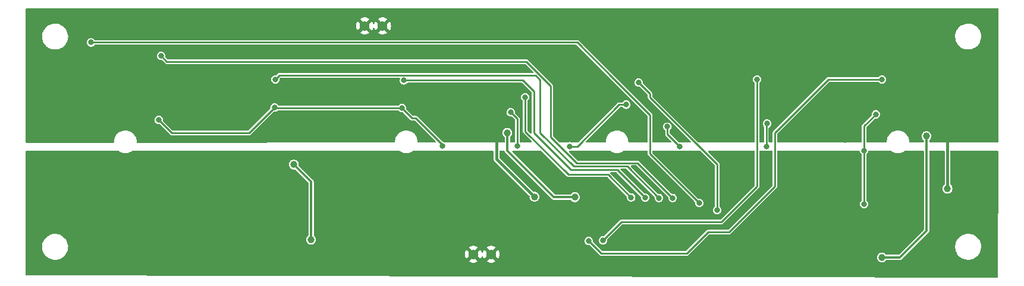
<source format=gbr>
%TF.GenerationSoftware,KiCad,Pcbnew,7.0.7-7.0.7~ubuntu22.04.1*%
%TF.CreationDate,2023-10-01T18:15:33+02:00*%
%TF.ProjectId,linesensor_v3,6c696e65-7365-46e7-936f-725f76332e6b,rev?*%
%TF.SameCoordinates,Original*%
%TF.FileFunction,Copper,L2,Bot*%
%TF.FilePolarity,Positive*%
%FSLAX46Y46*%
G04 Gerber Fmt 4.6, Leading zero omitted, Abs format (unit mm)*
G04 Created by KiCad (PCBNEW 7.0.7-7.0.7~ubuntu22.04.1) date 2023-10-01 18:15:33*
%MOMM*%
%LPD*%
G01*
G04 APERTURE LIST*
%TA.AperFunction,ComponentPad*%
%ADD10C,1.400000*%
%TD*%
%TA.AperFunction,ViaPad*%
%ADD11C,1.000000*%
%TD*%
%TA.AperFunction,ViaPad*%
%ADD12C,0.800000*%
%TD*%
%TA.AperFunction,Conductor*%
%ADD13C,0.250000*%
%TD*%
%TA.AperFunction,Conductor*%
%ADD14C,0.350000*%
%TD*%
%TA.AperFunction,Conductor*%
%ADD15C,0.400000*%
%TD*%
G04 APERTURE END LIST*
D10*
%TO.P,TP5,1,1*%
%TO.N,GND*%
X99085104Y-63469371D03*
%TO.P,TP5,2,2*%
X101625104Y-63469371D03*
%TD*%
%TO.P,TP4,1,1*%
%TO.N,GNDD*%
X114543618Y-96073366D03*
%TO.P,TP4,2,2*%
X117083618Y-96073366D03*
%TD*%
D11*
%TO.N,+5V*%
X179068845Y-79198071D03*
X172720000Y-96520000D03*
%TO.N,GND*%
X182057681Y-86698358D03*
D12*
%TO.N,/Bias*%
X69735407Y-76879574D03*
X86232282Y-75142066D03*
X104381678Y-75208167D03*
X110123006Y-80637877D03*
X119858712Y-75803075D03*
X120793566Y-80647320D03*
X128291287Y-80666206D03*
X136308372Y-74717133D03*
X143919409Y-80666206D03*
X142181902Y-77852200D03*
X156252271Y-80657723D03*
X156361054Y-77421427D03*
%TO.N,GND*%
X153046396Y-79640264D03*
X153685497Y-74758624D03*
X170859622Y-74418677D03*
X167432956Y-79735449D03*
X181697135Y-79463491D03*
X180383597Y-68685979D03*
X168330416Y-62588519D03*
X155031687Y-65063334D03*
X152720047Y-62724498D03*
X138374281Y-64206667D03*
X136456980Y-62071800D03*
X121104971Y-64356244D03*
X118127035Y-62670107D03*
X66210320Y-62221376D03*
X83602011Y-62574921D03*
X86593545Y-64029895D03*
X87368625Y-79694655D03*
X87395820Y-77532592D03*
X117855077Y-79721851D03*
%TO.N,/Bias*%
X170180000Y-81280000D03*
X170180000Y-88900000D03*
X171858935Y-76091048D03*
D11*
%TO.N,GND*%
X119380000Y-73660000D03*
X123250347Y-87857217D03*
%TO.N,+5V*%
X119380000Y-78740000D03*
X129002447Y-87913611D03*
D12*
%TO.N,/ls_1*%
X130976207Y-94173249D03*
X172720000Y-71120000D03*
%TO.N,/ls_2*%
X133006360Y-94088659D03*
X154940000Y-71120000D03*
%TO.N,/ls_3*%
X138081742Y-71559601D03*
X149247583Y-89774584D03*
%TO.N,/ls_8*%
X146709892Y-88759508D03*
X60118229Y-65835697D03*
%TO.N,/ls_7*%
X70071618Y-67753064D03*
X142931552Y-88026397D03*
%TO.N,/ls_6*%
X140985989Y-88026397D03*
X86360000Y-71120000D03*
%TO.N,/ls_5*%
X139012229Y-87970004D03*
X104668808Y-71249438D03*
%TO.N,/ls_4*%
X121920000Y-73660000D03*
X137010272Y-87941807D03*
D11*
%TO.N,+12V*%
X91440000Y-93980000D03*
X88991516Y-83261177D03*
%TD*%
D13*
%TO.N,/ls_4*%
X137010272Y-87941807D02*
X133767667Y-84699202D01*
X133767667Y-84699202D02*
X128071258Y-84699202D01*
X128071258Y-84699202D02*
X121920000Y-78547944D01*
X121920000Y-78547944D02*
X121920000Y-73660000D01*
%TO.N,/ls_5*%
X139012229Y-87970004D02*
X135064709Y-84022484D01*
X135064709Y-84022484D02*
X128417945Y-84022484D01*
X128417945Y-84022484D02*
X123165757Y-78770296D01*
X123165757Y-78770296D02*
X123165757Y-72828446D01*
X123165757Y-72828446D02*
X121586749Y-71249438D01*
X121586749Y-71249438D02*
X104668808Y-71249438D01*
%TO.N,/ls_6*%
X140985989Y-88026397D02*
X136446341Y-83486749D01*
X136446341Y-83486749D02*
X128817390Y-83486749D01*
X128817390Y-83486749D02*
X124068047Y-78737406D01*
X124068047Y-78737406D02*
X124068047Y-71193044D01*
X124068047Y-71193044D02*
X123399441Y-70524438D01*
X123399441Y-70524438D02*
X86955562Y-70524438D01*
X86955562Y-70524438D02*
X86360000Y-71120000D01*
%TO.N,/ls_7*%
X142931552Y-88026397D02*
X137941904Y-83036749D01*
X122091399Y-68580000D02*
X70898554Y-68580000D01*
X137941904Y-83036749D02*
X129267281Y-83036749D01*
X129267281Y-83036749D02*
X125534269Y-79303737D01*
X125534269Y-79303737D02*
X125534269Y-72022870D01*
X125534269Y-72022870D02*
X122091399Y-68580000D01*
X70898554Y-68580000D02*
X70071618Y-67753064D01*
%TO.N,/ls_1*%
X130976207Y-94173249D02*
X132754650Y-95951692D01*
X132754650Y-95951692D02*
X144931449Y-95951692D01*
X144931449Y-95951692D02*
X148006934Y-92876207D01*
X148006934Y-92876207D02*
X150963793Y-92876207D01*
X157480000Y-78740000D02*
X165100000Y-71120000D01*
X150963793Y-92876207D02*
X157480000Y-86360000D01*
X157480000Y-86360000D02*
X157480000Y-78740000D01*
X165100000Y-71120000D02*
X172720000Y-71120000D01*
%TO.N,/Bias*%
X110123006Y-80637877D02*
X110123006Y-80432588D01*
X110123006Y-80432588D02*
X106335491Y-76645073D01*
X106335491Y-76645073D02*
X105818584Y-76645073D01*
X105818584Y-76645073D02*
X104381678Y-75208167D01*
X136308372Y-74717133D02*
X135289375Y-74717133D01*
X135289375Y-74717133D02*
X129340302Y-80666206D01*
X129340302Y-80666206D02*
X128291287Y-80666206D01*
D14*
%TO.N,+5V*%
X179068845Y-92711155D02*
X179068845Y-79198071D01*
X175260000Y-96520000D02*
X179068845Y-92711155D01*
X172720000Y-96520000D02*
X175260000Y-96520000D01*
D15*
%TO.N,GND*%
X182057681Y-86698358D02*
X182057681Y-79824037D01*
X182057681Y-79824037D02*
X181697135Y-79463491D01*
D13*
%TO.N,/Bias*%
X71595833Y-78740000D02*
X69735407Y-76879574D01*
X82634348Y-78740000D02*
X71595833Y-78740000D01*
X86232282Y-75142066D02*
X82634348Y-78740000D01*
X86298383Y-75208167D02*
X86232282Y-75142066D01*
X104381678Y-75208167D02*
X86298383Y-75208167D01*
X120793566Y-76737929D02*
X119858712Y-75803075D01*
X120793566Y-80647320D02*
X120793566Y-76737929D01*
X142181902Y-78928699D02*
X143919409Y-80666206D01*
X142181902Y-77852200D02*
X142181902Y-78928699D01*
X156361054Y-77421427D02*
X156252271Y-77530210D01*
X156252271Y-77530210D02*
X156252271Y-80657723D01*
D15*
%TO.N,GND*%
X117836606Y-79703380D02*
X117836606Y-75203394D01*
X117855077Y-79721851D02*
X117836606Y-79703380D01*
X117836606Y-79740322D02*
X117855077Y-79721851D01*
D13*
%TO.N,/Bias*%
X170180000Y-81280000D02*
X170180000Y-77769983D01*
X170180000Y-88900000D02*
X170180000Y-81280000D01*
X170180000Y-77769983D02*
X171858935Y-76091048D01*
D15*
%TO.N,GND*%
X123250347Y-87857217D02*
X117836606Y-82443476D01*
X117836606Y-82443476D02*
X117836606Y-79740322D01*
X117836606Y-75203394D02*
X119380000Y-73660000D01*
D14*
%TO.N,+5V*%
X126013611Y-87913611D02*
X119380000Y-81280000D01*
X119380000Y-81280000D02*
X119380000Y-78740000D01*
X129002447Y-87913611D02*
X126013611Y-87913611D01*
D13*
%TO.N,/ls_2*%
X149860000Y-91440000D02*
X154940000Y-86360000D01*
X135655019Y-91440000D02*
X149860000Y-91440000D01*
X154940000Y-86360000D02*
X154940000Y-71120000D01*
X133006360Y-94088659D02*
X135655019Y-91440000D01*
%TO.N,/ls_3*%
X139700000Y-73660000D02*
X139700000Y-73177859D01*
X139700000Y-73177859D02*
X138081742Y-71559601D01*
X149247583Y-89774584D02*
X149247583Y-83207583D01*
X149247583Y-83207583D02*
X139700000Y-73660000D01*
%TO.N,/ls_8*%
X139700000Y-76200000D02*
X134620000Y-71120000D01*
X129335697Y-65835697D02*
X60118229Y-65835697D01*
X139700000Y-81280000D02*
X139700000Y-76200000D01*
X139700000Y-81749616D02*
X139700000Y-81280000D01*
X146709892Y-88759508D02*
X139700000Y-81749616D01*
X134620000Y-71120000D02*
X129335697Y-65835697D01*
D14*
%TO.N,+12V*%
X91440000Y-93980000D02*
X91440000Y-85709661D01*
X91440000Y-85709661D02*
X88991516Y-83261177D01*
%TD*%
%TA.AperFunction,Conductor*%
%TO.N,GNDD*%
G36*
X189229542Y-81278913D02*
G01*
X189275305Y-81331710D01*
X189286518Y-81383430D01*
X189258706Y-99321852D01*
X189238917Y-99388861D01*
X189186043Y-99434534D01*
X189134360Y-99445660D01*
X50923654Y-99060344D01*
X50856670Y-99040472D01*
X50811062Y-98987541D01*
X50800000Y-98936344D01*
X50800000Y-95067763D01*
X53145787Y-95067763D01*
X53175413Y-95337013D01*
X53175415Y-95337024D01*
X53243452Y-95597269D01*
X53243928Y-95599088D01*
X53349870Y-95848390D01*
X53421998Y-95966575D01*
X53490979Y-96079605D01*
X53490986Y-96079615D01*
X53664253Y-96287819D01*
X53664259Y-96287824D01*
X53803538Y-96412618D01*
X53865998Y-96468582D01*
X54091910Y-96618044D01*
X54337176Y-96733020D01*
X54337183Y-96733022D01*
X54337185Y-96733023D01*
X54596557Y-96811057D01*
X54596564Y-96811058D01*
X54596569Y-96811060D01*
X54864561Y-96850500D01*
X54864566Y-96850500D01*
X55067636Y-96850500D01*
X55119133Y-96846730D01*
X55270156Y-96835677D01*
X55382758Y-96810593D01*
X55534546Y-96776782D01*
X55534548Y-96776781D01*
X55534553Y-96776780D01*
X55787558Y-96680014D01*
X56023777Y-96547441D01*
X56238177Y-96381888D01*
X56426186Y-96186881D01*
X56507399Y-96073366D01*
X113338477Y-96073366D01*
X113358996Y-96294805D01*
X113419858Y-96508716D01*
X113518987Y-96707794D01*
X113534755Y-96728674D01*
X113534756Y-96728674D01*
X114006198Y-96257232D01*
X114067521Y-96223747D01*
X114137212Y-96228731D01*
X114193146Y-96270602D01*
X114204360Y-96288612D01*
X114215977Y-96311411D01*
X114215979Y-96311413D01*
X114215981Y-96311416D01*
X114305567Y-96401002D01*
X114305569Y-96401003D01*
X114305573Y-96401007D01*
X114328365Y-96412620D01*
X114379160Y-96460594D01*
X114395955Y-96528415D01*
X114373417Y-96594550D01*
X114359750Y-96610785D01*
X113890289Y-97080245D01*
X113890290Y-97080246D01*
X114006439Y-97152163D01*
X114006440Y-97152164D01*
X114213813Y-97232500D01*
X114432425Y-97273366D01*
X114654811Y-97273366D01*
X114873427Y-97232499D01*
X115080786Y-97152167D01*
X115080799Y-97152161D01*
X115196944Y-97080245D01*
X114727484Y-96610785D01*
X114693999Y-96549462D01*
X114698983Y-96479770D01*
X114740855Y-96423837D01*
X114758863Y-96412624D01*
X114781663Y-96401007D01*
X114871259Y-96311411D01*
X114882872Y-96288618D01*
X114930843Y-96237824D01*
X114998664Y-96221027D01*
X115064799Y-96243563D01*
X115081037Y-96257232D01*
X115552479Y-96728674D01*
X115568249Y-96707791D01*
X115568251Y-96707788D01*
X115667378Y-96508715D01*
X115694351Y-96413914D01*
X115731630Y-96354820D01*
X115794940Y-96325262D01*
X115864179Y-96334624D01*
X115917366Y-96379933D01*
X115932885Y-96413914D01*
X115959857Y-96508715D01*
X116058987Y-96707794D01*
X116074755Y-96728674D01*
X116074756Y-96728674D01*
X116546198Y-96257232D01*
X116607521Y-96223747D01*
X116677212Y-96228731D01*
X116733146Y-96270602D01*
X116744360Y-96288612D01*
X116755977Y-96311411D01*
X116755979Y-96311413D01*
X116755981Y-96311416D01*
X116845567Y-96401002D01*
X116845569Y-96401003D01*
X116845573Y-96401007D01*
X116868365Y-96412620D01*
X116919160Y-96460594D01*
X116935955Y-96528415D01*
X116913417Y-96594550D01*
X116899750Y-96610785D01*
X116430289Y-97080245D01*
X116430290Y-97080246D01*
X116546439Y-97152163D01*
X116546440Y-97152164D01*
X116753813Y-97232500D01*
X116972425Y-97273366D01*
X117194811Y-97273366D01*
X117413427Y-97232499D01*
X117620786Y-97152167D01*
X117620799Y-97152161D01*
X117736944Y-97080245D01*
X117267484Y-96610785D01*
X117233999Y-96549462D01*
X117238983Y-96479770D01*
X117280855Y-96423837D01*
X117298863Y-96412624D01*
X117321663Y-96401007D01*
X117411259Y-96311411D01*
X117422872Y-96288618D01*
X117470843Y-96237824D01*
X117538664Y-96221027D01*
X117604799Y-96243563D01*
X117621037Y-96257232D01*
X118092479Y-96728674D01*
X118108249Y-96707791D01*
X118108251Y-96707788D01*
X118207377Y-96508716D01*
X118268239Y-96294805D01*
X118288759Y-96073366D01*
X118288759Y-96073365D01*
X118268239Y-95851926D01*
X118207377Y-95638015D01*
X118108253Y-95438946D01*
X118108248Y-95438938D01*
X118092478Y-95418056D01*
X117621037Y-95889498D01*
X117559714Y-95922983D01*
X117490022Y-95917999D01*
X117434089Y-95876127D01*
X117422874Y-95858117D01*
X117411259Y-95835321D01*
X117411255Y-95835317D01*
X117411254Y-95835315D01*
X117321668Y-95745729D01*
X117321665Y-95745727D01*
X117321663Y-95745725D01*
X117298868Y-95734110D01*
X117248074Y-95686137D01*
X117231279Y-95618316D01*
X117253816Y-95552181D01*
X117267484Y-95535946D01*
X117736945Y-95066485D01*
X117620796Y-94994568D01*
X117620795Y-94994567D01*
X117413422Y-94914231D01*
X117194811Y-94873366D01*
X116972425Y-94873366D01*
X116753813Y-94914231D01*
X116546442Y-94994566D01*
X116546441Y-94994567D01*
X116430289Y-95066485D01*
X116899751Y-95535946D01*
X116933236Y-95597269D01*
X116928252Y-95666960D01*
X116886381Y-95722894D01*
X116868366Y-95734111D01*
X116845574Y-95745724D01*
X116845567Y-95745729D01*
X116755981Y-95835315D01*
X116755976Y-95835322D01*
X116744363Y-95858114D01*
X116696388Y-95908910D01*
X116628567Y-95925704D01*
X116562432Y-95903166D01*
X116546198Y-95889499D01*
X116074756Y-95418057D01*
X116074755Y-95418057D01*
X116058986Y-95438940D01*
X115959858Y-95638015D01*
X115932885Y-95732818D01*
X115895605Y-95791911D01*
X115832296Y-95821469D01*
X115763056Y-95812107D01*
X115709870Y-95766798D01*
X115694351Y-95732818D01*
X115667377Y-95638015D01*
X115568253Y-95438946D01*
X115568248Y-95438938D01*
X115552478Y-95418056D01*
X115081037Y-95889498D01*
X115019714Y-95922983D01*
X114950022Y-95917999D01*
X114894089Y-95876127D01*
X114882874Y-95858117D01*
X114871259Y-95835321D01*
X114871255Y-95835317D01*
X114871254Y-95835315D01*
X114781668Y-95745729D01*
X114781665Y-95745727D01*
X114781663Y-95745725D01*
X114758868Y-95734110D01*
X114708074Y-95686137D01*
X114691279Y-95618316D01*
X114713816Y-95552181D01*
X114727484Y-95535946D01*
X115196945Y-95066485D01*
X115080796Y-94994568D01*
X115080795Y-94994567D01*
X114873422Y-94914231D01*
X114654811Y-94873366D01*
X114432425Y-94873366D01*
X114213813Y-94914231D01*
X114006442Y-94994566D01*
X114006441Y-94994567D01*
X113890289Y-95066485D01*
X114359751Y-95535946D01*
X114393236Y-95597269D01*
X114388252Y-95666960D01*
X114346381Y-95722894D01*
X114328366Y-95734111D01*
X114305574Y-95745724D01*
X114305567Y-95745729D01*
X114215981Y-95835315D01*
X114215976Y-95835322D01*
X114204363Y-95858114D01*
X114156388Y-95908910D01*
X114088567Y-95925704D01*
X114022432Y-95903166D01*
X114006198Y-95889499D01*
X113534755Y-95418057D01*
X113518986Y-95438940D01*
X113419858Y-95638015D01*
X113358996Y-95851926D01*
X113338477Y-96073365D01*
X113338477Y-96073366D01*
X56507399Y-96073366D01*
X56583799Y-95966579D01*
X56673602Y-95791911D01*
X56707649Y-95725690D01*
X56707651Y-95725684D01*
X56707656Y-95725675D01*
X56795118Y-95469305D01*
X56844319Y-95202933D01*
X56854212Y-94932235D01*
X56824586Y-94662982D01*
X56756072Y-94400912D01*
X56650130Y-94151610D01*
X56509018Y-93920390D01*
X56419747Y-93813119D01*
X56335746Y-93712180D01*
X56335740Y-93712175D01*
X56134002Y-93531418D01*
X55908092Y-93381957D01*
X55908090Y-93381956D01*
X55662824Y-93266980D01*
X55662819Y-93266978D01*
X55662814Y-93266976D01*
X55403442Y-93188942D01*
X55403428Y-93188939D01*
X55287791Y-93171921D01*
X55135439Y-93149500D01*
X54932369Y-93149500D01*
X54932364Y-93149500D01*
X54729844Y-93164323D01*
X54729831Y-93164325D01*
X54465453Y-93223217D01*
X54465446Y-93223220D01*
X54212439Y-93319987D01*
X53976226Y-93452557D01*
X53761822Y-93618112D01*
X53573822Y-93813109D01*
X53573816Y-93813116D01*
X53416202Y-94033419D01*
X53416199Y-94033424D01*
X53292350Y-94274309D01*
X53292343Y-94274327D01*
X53204884Y-94530685D01*
X53204881Y-94530699D01*
X53184731Y-94639789D01*
X53162155Y-94762020D01*
X53155681Y-94797068D01*
X53155680Y-94797075D01*
X53145787Y-95067763D01*
X50800000Y-95067763D01*
X50800000Y-83261176D01*
X88285871Y-83261176D01*
X88306375Y-83430046D01*
X88306376Y-83430051D01*
X88366698Y-83589108D01*
X88428991Y-83679354D01*
X88463333Y-83729106D01*
X88557539Y-83812565D01*
X88590666Y-83841913D01*
X88741289Y-83920966D01*
X88741291Y-83920967D01*
X88906460Y-83961677D01*
X89076574Y-83961677D01*
X89084020Y-83960773D01*
X89084177Y-83962066D01*
X89146183Y-83964791D01*
X89193741Y-83994439D01*
X91028181Y-85828879D01*
X91061666Y-85890202D01*
X91064500Y-85916560D01*
X91064500Y-93320998D01*
X91044815Y-93388037D01*
X91022727Y-93413813D01*
X90911818Y-93512069D01*
X90815182Y-93652068D01*
X90754860Y-93811125D01*
X90754859Y-93811130D01*
X90734355Y-93979999D01*
X90754859Y-94148869D01*
X90754860Y-94148874D01*
X90815182Y-94307931D01*
X90840724Y-94344934D01*
X90911817Y-94447929D01*
X91017505Y-94541560D01*
X91039150Y-94560736D01*
X91189773Y-94639789D01*
X91189775Y-94639790D01*
X91354944Y-94680500D01*
X91525056Y-94680500D01*
X91690225Y-94639790D01*
X91769692Y-94598081D01*
X91840849Y-94560736D01*
X91840850Y-94560734D01*
X91840852Y-94560734D01*
X91968183Y-94447929D01*
X92064818Y-94307930D01*
X92125140Y-94148872D01*
X92145645Y-93980000D01*
X92125140Y-93811128D01*
X92064818Y-93652070D01*
X91968183Y-93512071D01*
X91954430Y-93499887D01*
X91857273Y-93413813D01*
X91820146Y-93354624D01*
X91815500Y-93320998D01*
X91815500Y-85761465D01*
X91818139Y-85736020D01*
X91818785Y-85732936D01*
X91820367Y-85725393D01*
X91818287Y-85708713D01*
X91815977Y-85690170D01*
X91815500Y-85682494D01*
X91815500Y-85678551D01*
X91815499Y-85678543D01*
X91811655Y-85655507D01*
X91804865Y-85601034D01*
X91802617Y-85593488D01*
X91800066Y-85586054D01*
X91800065Y-85586052D01*
X91800065Y-85586051D01*
X91773939Y-85537775D01*
X91749826Y-85488450D01*
X91749823Y-85488447D01*
X91749823Y-85488446D01*
X91745280Y-85482082D01*
X91740420Y-85475837D01*
X91740419Y-85475835D01*
X91700029Y-85438653D01*
X90740465Y-84479089D01*
X89720947Y-83459570D01*
X89687462Y-83398247D01*
X89685532Y-83356946D01*
X89697161Y-83261177D01*
X89676656Y-83092305D01*
X89616334Y-82933247D01*
X89519699Y-82793248D01*
X89392368Y-82680443D01*
X89392365Y-82680440D01*
X89241742Y-82601387D01*
X89076572Y-82560677D01*
X88906460Y-82560677D01*
X88741289Y-82601387D01*
X88590666Y-82680440D01*
X88463332Y-82793249D01*
X88366698Y-82933245D01*
X88306376Y-83092302D01*
X88306375Y-83092307D01*
X88285871Y-83261176D01*
X50800000Y-83261176D01*
X50800000Y-81403981D01*
X50819685Y-81336942D01*
X50872489Y-81291187D01*
X50923979Y-81279981D01*
X63987386Y-81278021D01*
X64052191Y-81296293D01*
X64271140Y-81430466D01*
X64472393Y-81513827D01*
X64503889Y-81526873D01*
X64748852Y-81585683D01*
X64904950Y-81597968D01*
X64937116Y-81600500D01*
X64937118Y-81600500D01*
X65062884Y-81600500D01*
X65092518Y-81598167D01*
X65251148Y-81585683D01*
X65496111Y-81526873D01*
X65728859Y-81430466D01*
X65752852Y-81415763D01*
X65947814Y-81296290D01*
X65949024Y-81298264D01*
X66005754Y-81277929D01*
X66012954Y-81277717D01*
X103979181Y-81272020D01*
X104046220Y-81291694D01*
X104052248Y-81296175D01*
X104052397Y-81295971D01*
X104056337Y-81298832D01*
X104056341Y-81298836D01*
X104109986Y-81331710D01*
X104271140Y-81430466D01*
X104472393Y-81513827D01*
X104503889Y-81526873D01*
X104748852Y-81585683D01*
X104904950Y-81597968D01*
X104937116Y-81600500D01*
X104937118Y-81600500D01*
X105062884Y-81600500D01*
X105092518Y-81598167D01*
X105251148Y-81585683D01*
X105496111Y-81526873D01*
X105728859Y-81430466D01*
X105943659Y-81298836D01*
X105943663Y-81298832D01*
X105947603Y-81295971D01*
X105948883Y-81297733D01*
X106004355Y-81272857D01*
X106021127Y-81271714D01*
X117312089Y-81270019D01*
X117379130Y-81289694D01*
X117424893Y-81342491D01*
X117436106Y-81394019D01*
X117436106Y-82506905D01*
X117436107Y-82506915D01*
X117442952Y-82527983D01*
X117447493Y-82546894D01*
X117450960Y-82568780D01*
X117450961Y-82568783D01*
X117461018Y-82588521D01*
X117468463Y-82606494D01*
X117475310Y-82627566D01*
X117488332Y-82645490D01*
X117498496Y-82662076D01*
X117508556Y-82681818D01*
X117529470Y-82702732D01*
X117529499Y-82702763D01*
X122517086Y-87690349D01*
X122550571Y-87751672D01*
X122552501Y-87792974D01*
X122544702Y-87857214D01*
X122544702Y-87857216D01*
X122565206Y-88026086D01*
X122565207Y-88026091D01*
X122625529Y-88185148D01*
X122670985Y-88251001D01*
X122722164Y-88325146D01*
X122805233Y-88398738D01*
X122849497Y-88437953D01*
X122956947Y-88494347D01*
X123000122Y-88517007D01*
X123165291Y-88557717D01*
X123335403Y-88557717D01*
X123500572Y-88517007D01*
X123597103Y-88466343D01*
X123651196Y-88437953D01*
X123651197Y-88437951D01*
X123651199Y-88437951D01*
X123778530Y-88325146D01*
X123875165Y-88185147D01*
X123935487Y-88026089D01*
X123955992Y-87857217D01*
X123935487Y-87688345D01*
X123875165Y-87529287D01*
X123856233Y-87501860D01*
X123817456Y-87445682D01*
X123778530Y-87389288D01*
X123683663Y-87305243D01*
X123651196Y-87276480D01*
X123500573Y-87197427D01*
X123335403Y-87156717D01*
X123167602Y-87156717D01*
X123100563Y-87137032D01*
X123079921Y-87120398D01*
X118273424Y-82313901D01*
X118239939Y-82252578D01*
X118237106Y-82226229D01*
X118237106Y-81393858D01*
X118256790Y-81326823D01*
X118309594Y-81281068D01*
X118361084Y-81269862D01*
X118890800Y-81269782D01*
X118957840Y-81289456D01*
X119003603Y-81342254D01*
X119013863Y-81378438D01*
X119015133Y-81388622D01*
X119017373Y-81396147D01*
X119019934Y-81403608D01*
X119019935Y-81403610D01*
X119046055Y-81451876D01*
X119046055Y-81451877D01*
X119070174Y-81501211D01*
X119074742Y-81507609D01*
X119079582Y-81513827D01*
X119119971Y-81551009D01*
X125711460Y-88142497D01*
X125727589Y-88162358D01*
X125733527Y-88171447D01*
X125761540Y-88193250D01*
X125767302Y-88198339D01*
X125770094Y-88201131D01*
X125789097Y-88214699D01*
X125832422Y-88248420D01*
X125832424Y-88248420D01*
X125839346Y-88252166D01*
X125846409Y-88255619D01*
X125846412Y-88255621D01*
X125899023Y-88271284D01*
X125924986Y-88280197D01*
X125950950Y-88289111D01*
X125958712Y-88290406D01*
X125966522Y-88291379D01*
X125966523Y-88291380D01*
X125966523Y-88291379D01*
X125966524Y-88291380D01*
X125993951Y-88290245D01*
X126021380Y-88289111D01*
X128345384Y-88289111D01*
X128412423Y-88308796D01*
X128447433Y-88342670D01*
X128474262Y-88381538D01*
X128474263Y-88381539D01*
X128474264Y-88381540D01*
X128493677Y-88398738D01*
X128601597Y-88494347D01*
X128722339Y-88557717D01*
X128752222Y-88573401D01*
X128917391Y-88614111D01*
X129087503Y-88614111D01*
X129252672Y-88573401D01*
X129360123Y-88517006D01*
X129403296Y-88494347D01*
X129403297Y-88494345D01*
X129403299Y-88494345D01*
X129530630Y-88381540D01*
X129627265Y-88241541D01*
X129687587Y-88082483D01*
X129708092Y-87913611D01*
X129687587Y-87744739D01*
X129679553Y-87723556D01*
X129647473Y-87638966D01*
X129627265Y-87585681D01*
X129530630Y-87445682D01*
X129409073Y-87337992D01*
X129403296Y-87332874D01*
X129252673Y-87253821D01*
X129087503Y-87213111D01*
X128917391Y-87213111D01*
X128752220Y-87253821D01*
X128601597Y-87332874D01*
X128474262Y-87445683D01*
X128447433Y-87484552D01*
X128393150Y-87528542D01*
X128345384Y-87538111D01*
X126220510Y-87538111D01*
X126153471Y-87518426D01*
X126132829Y-87501792D01*
X120112305Y-81481267D01*
X120078820Y-81419944D01*
X120083804Y-81350252D01*
X120125676Y-81294319D01*
X120191140Y-81269902D01*
X120199952Y-81269586D01*
X124129347Y-81268996D01*
X124196387Y-81288670D01*
X124217044Y-81305315D01*
X127829126Y-84917397D01*
X127832781Y-84921386D01*
X127858799Y-84952392D01*
X127858800Y-84952393D01*
X127858803Y-84952396D01*
X127887645Y-84969047D01*
X127893862Y-84972637D01*
X127898412Y-84975535D01*
X127931574Y-84998755D01*
X127931576Y-84998755D01*
X127931577Y-84998756D01*
X127936426Y-85001017D01*
X127953205Y-85007967D01*
X127958210Y-85009789D01*
X127958211Y-85009789D01*
X127958213Y-85009790D01*
X127998087Y-85016820D01*
X128003350Y-85017988D01*
X128015165Y-85021153D01*
X128042451Y-85028465D01*
X128082768Y-85024937D01*
X128088170Y-85024702D01*
X133581479Y-85024702D01*
X133648518Y-85044387D01*
X133669160Y-85061021D01*
X136378260Y-87770121D01*
X136411745Y-87831444D01*
X136413518Y-87873986D01*
X136404590Y-87941804D01*
X136404590Y-87941808D01*
X136425227Y-88098567D01*
X136425228Y-88098569D01*
X136481727Y-88234971D01*
X136485736Y-88244648D01*
X136581990Y-88370089D01*
X136707431Y-88466343D01*
X136853510Y-88526851D01*
X136931891Y-88537169D01*
X137010271Y-88547489D01*
X137010272Y-88547489D01*
X137010273Y-88547489D01*
X137062525Y-88540609D01*
X137167034Y-88526851D01*
X137313113Y-88466343D01*
X137438554Y-88370089D01*
X137534808Y-88244648D01*
X137595316Y-88098569D01*
X137615954Y-87941807D01*
X137610737Y-87902183D01*
X137602195Y-87837299D01*
X137595316Y-87785045D01*
X137534808Y-87638966D01*
X137438554Y-87513525D01*
X137313113Y-87417271D01*
X137257861Y-87394385D01*
X137167034Y-87356763D01*
X137167032Y-87356762D01*
X137010273Y-87336125D01*
X137010269Y-87336125D01*
X136942451Y-87345053D01*
X136873416Y-87334287D01*
X136838586Y-87309795D01*
X134088456Y-84559665D01*
X134054971Y-84498342D01*
X134059955Y-84428650D01*
X134101827Y-84372717D01*
X134167291Y-84348300D01*
X134176137Y-84347984D01*
X134878521Y-84347984D01*
X134945560Y-84367669D01*
X134966202Y-84384303D01*
X138380217Y-87798318D01*
X138413702Y-87859641D01*
X138415475Y-87902183D01*
X138406547Y-87970001D01*
X138406547Y-87970005D01*
X138427184Y-88126764D01*
X138427185Y-88126766D01*
X138480558Y-88255621D01*
X138487693Y-88272845D01*
X138583947Y-88398286D01*
X138709388Y-88494540D01*
X138855467Y-88555048D01*
X138933848Y-88565367D01*
X139012228Y-88575686D01*
X139012229Y-88575686D01*
X139012230Y-88575686D01*
X139064483Y-88568806D01*
X139168991Y-88555048D01*
X139315070Y-88494540D01*
X139440511Y-88398286D01*
X139536765Y-88272845D01*
X139597273Y-88126766D01*
X139617911Y-87970004D01*
X139616406Y-87958576D01*
X139604152Y-87865496D01*
X139597273Y-87813242D01*
X139536765Y-87667163D01*
X139440511Y-87541722D01*
X139315070Y-87445468D01*
X139296135Y-87437625D01*
X139168991Y-87384960D01*
X139168989Y-87384959D01*
X139012230Y-87364322D01*
X139012226Y-87364322D01*
X138944408Y-87373250D01*
X138875373Y-87362484D01*
X138840543Y-87337992D01*
X135526481Y-84023930D01*
X135492996Y-83962607D01*
X135497980Y-83892915D01*
X135539852Y-83836982D01*
X135605316Y-83812565D01*
X135614162Y-83812249D01*
X136260153Y-83812249D01*
X136327192Y-83831934D01*
X136347834Y-83848568D01*
X140353977Y-87854711D01*
X140387462Y-87916034D01*
X140389235Y-87958576D01*
X140380307Y-88026394D01*
X140380307Y-88026398D01*
X140400944Y-88183157D01*
X140400945Y-88183159D01*
X140452985Y-88308796D01*
X140461453Y-88329238D01*
X140557707Y-88454679D01*
X140683148Y-88550933D01*
X140829227Y-88611441D01*
X140907607Y-88621760D01*
X140985988Y-88632079D01*
X140985989Y-88632079D01*
X140985990Y-88632079D01*
X141038243Y-88625199D01*
X141142751Y-88611441D01*
X141288830Y-88550933D01*
X141414271Y-88454679D01*
X141510525Y-88329238D01*
X141571033Y-88183159D01*
X141591671Y-88026397D01*
X141591630Y-88026089D01*
X141577912Y-87921888D01*
X141571033Y-87869635D01*
X141510525Y-87723556D01*
X141414271Y-87598115D01*
X141288830Y-87501861D01*
X141288663Y-87501792D01*
X141142751Y-87441353D01*
X141142749Y-87441352D01*
X140985990Y-87420715D01*
X140985986Y-87420715D01*
X140918168Y-87429643D01*
X140849133Y-87418877D01*
X140814303Y-87394385D01*
X136993848Y-83573930D01*
X136960363Y-83512607D01*
X136965347Y-83442915D01*
X137007219Y-83386982D01*
X137072683Y-83362565D01*
X137081529Y-83362249D01*
X137755716Y-83362249D01*
X137822755Y-83381934D01*
X137843397Y-83398568D01*
X142299540Y-87854711D01*
X142333025Y-87916034D01*
X142334798Y-87958576D01*
X142325870Y-88026394D01*
X142325870Y-88026398D01*
X142346507Y-88183157D01*
X142346508Y-88183159D01*
X142398548Y-88308796D01*
X142407016Y-88329238D01*
X142503270Y-88454679D01*
X142628711Y-88550933D01*
X142774790Y-88611441D01*
X142853171Y-88621760D01*
X142931551Y-88632079D01*
X142931552Y-88632079D01*
X142931553Y-88632079D01*
X142983805Y-88625199D01*
X143088314Y-88611441D01*
X143234393Y-88550933D01*
X143359834Y-88454679D01*
X143456088Y-88329238D01*
X143516596Y-88183159D01*
X143537234Y-88026397D01*
X143537193Y-88026089D01*
X143523475Y-87921888D01*
X143516596Y-87869635D01*
X143456088Y-87723556D01*
X143359834Y-87598115D01*
X143234393Y-87501861D01*
X143234226Y-87501792D01*
X143088314Y-87441353D01*
X143088312Y-87441352D01*
X142931553Y-87420715D01*
X142931549Y-87420715D01*
X142863731Y-87429643D01*
X142794696Y-87418877D01*
X142759866Y-87394385D01*
X140804134Y-85438653D01*
X138184023Y-82818542D01*
X138180378Y-82814563D01*
X138154360Y-82783556D01*
X138154359Y-82783555D01*
X138142962Y-82776975D01*
X138119296Y-82763310D01*
X138114735Y-82760404D01*
X138101591Y-82751201D01*
X138081588Y-82737195D01*
X138081585Y-82737194D01*
X138076765Y-82734946D01*
X138059959Y-82727984D01*
X138054947Y-82726160D01*
X138015094Y-82719132D01*
X138009814Y-82717961D01*
X137970712Y-82707484D01*
X137935796Y-82710539D01*
X137930385Y-82711013D01*
X137924982Y-82711249D01*
X129453470Y-82711249D01*
X129386431Y-82691564D01*
X129365789Y-82674930D01*
X128917079Y-82226220D01*
X128171234Y-81480375D01*
X128137750Y-81419054D01*
X128142734Y-81349362D01*
X128184606Y-81293429D01*
X128250070Y-81269012D01*
X128275099Y-81269756D01*
X128291287Y-81271888D01*
X128314007Y-81268896D01*
X128322071Y-81268367D01*
X133973912Y-81267519D01*
X134040950Y-81287192D01*
X134054460Y-81297230D01*
X134056340Y-81298836D01*
X134271140Y-81430466D01*
X134472393Y-81513827D01*
X134503889Y-81526873D01*
X134748852Y-81585683D01*
X134904950Y-81597968D01*
X134937116Y-81600500D01*
X134937118Y-81600500D01*
X135062884Y-81600500D01*
X135092518Y-81598167D01*
X135251148Y-81585683D01*
X135496111Y-81526873D01*
X135728859Y-81430466D01*
X135943659Y-81298836D01*
X135945075Y-81297625D01*
X135945896Y-81296926D01*
X135946921Y-81296466D01*
X135947602Y-81295972D01*
X135947705Y-81296114D01*
X136009655Y-81268351D01*
X136026403Y-81267211D01*
X139250484Y-81266727D01*
X139317524Y-81286401D01*
X139363287Y-81339199D01*
X139374500Y-81390727D01*
X139374500Y-81732694D01*
X139374264Y-81738101D01*
X139370735Y-81778424D01*
X139381212Y-81817526D01*
X139382383Y-81822806D01*
X139389411Y-81862659D01*
X139391235Y-81867671D01*
X139398197Y-81884477D01*
X139400445Y-81889297D01*
X139400446Y-81889300D01*
X139414452Y-81909303D01*
X139423655Y-81922447D01*
X139426561Y-81927008D01*
X139446806Y-81962071D01*
X139477815Y-81988091D01*
X139481805Y-81991747D01*
X146077880Y-88587822D01*
X146111365Y-88649145D01*
X146113138Y-88691687D01*
X146104210Y-88759505D01*
X146104210Y-88759509D01*
X146124847Y-88916268D01*
X146124848Y-88916270D01*
X146185356Y-89062349D01*
X146281610Y-89187790D01*
X146407051Y-89284044D01*
X146553130Y-89344552D01*
X146566423Y-89346302D01*
X146709891Y-89365190D01*
X146709892Y-89365190D01*
X146709893Y-89365190D01*
X146762146Y-89358310D01*
X146866654Y-89344552D01*
X147012733Y-89284044D01*
X147138174Y-89187790D01*
X147234428Y-89062349D01*
X147294936Y-88916270D01*
X147315574Y-88759508D01*
X147294936Y-88602746D01*
X147234428Y-88456667D01*
X147138174Y-88331226D01*
X147012733Y-88234972D01*
X146866654Y-88174464D01*
X146866652Y-88174463D01*
X146709893Y-88153826D01*
X146709889Y-88153826D01*
X146642071Y-88162754D01*
X146573036Y-88151988D01*
X146538206Y-88127496D01*
X140061819Y-81651108D01*
X140028334Y-81589785D01*
X140025500Y-81563427D01*
X140025500Y-81390592D01*
X140045185Y-81323553D01*
X140097989Y-81277798D01*
X140149476Y-81266593D01*
X143870882Y-81266034D01*
X143878970Y-81266564D01*
X143919409Y-81271888D01*
X143959965Y-81266548D01*
X143968022Y-81266020D01*
X146793891Y-81265596D01*
X146860931Y-81285270D01*
X146881588Y-81301914D01*
X148885764Y-83306090D01*
X148919249Y-83367413D01*
X148922083Y-83393771D01*
X148922083Y-89206283D01*
X148902398Y-89273322D01*
X148873571Y-89304658D01*
X148819303Y-89346299D01*
X148723046Y-89471744D01*
X148662539Y-89617821D01*
X148662538Y-89617823D01*
X148641901Y-89774582D01*
X148641901Y-89774585D01*
X148662538Y-89931344D01*
X148662539Y-89931346D01*
X148723047Y-90077425D01*
X148819301Y-90202866D01*
X148944742Y-90299120D01*
X149090821Y-90359628D01*
X149169202Y-90369947D01*
X149247582Y-90380266D01*
X149247583Y-90380266D01*
X149247584Y-90380266D01*
X149299837Y-90373386D01*
X149404345Y-90359628D01*
X149550424Y-90299120D01*
X149675865Y-90202866D01*
X149772119Y-90077425D01*
X149832627Y-89931346D01*
X149853265Y-89774584D01*
X149832627Y-89617822D01*
X149772119Y-89471743D01*
X149675865Y-89346302D01*
X149675863Y-89346300D01*
X149675862Y-89346299D01*
X149621595Y-89304658D01*
X149580393Y-89248230D01*
X149573083Y-89206283D01*
X149573083Y-83224492D01*
X149573319Y-83219085D01*
X149576846Y-83178774D01*
X149566368Y-83139673D01*
X149565201Y-83134413D01*
X149558171Y-83094538D01*
X149558170Y-83094536D01*
X149556343Y-83089516D01*
X149549403Y-83072759D01*
X149547137Y-83067902D01*
X149547137Y-83067899D01*
X149523920Y-83034742D01*
X149521018Y-83030188D01*
X149500777Y-82995128D01*
X149469765Y-82969105D01*
X149465793Y-82965466D01*
X147977413Y-81477086D01*
X147943928Y-81415763D01*
X147948912Y-81346071D01*
X147990784Y-81290138D01*
X148056248Y-81265721D01*
X148065065Y-81265405D01*
X154490485Y-81264441D01*
X154557524Y-81284114D01*
X154603287Y-81336912D01*
X154614500Y-81388440D01*
X154614500Y-86173812D01*
X154594815Y-86240851D01*
X154578181Y-86261493D01*
X149761493Y-91078181D01*
X149700170Y-91111666D01*
X149673812Y-91114500D01*
X135671929Y-91114500D01*
X135666525Y-91114264D01*
X135661012Y-91113781D01*
X135626211Y-91110736D01*
X135587124Y-91121210D01*
X135581844Y-91122381D01*
X135541976Y-91129411D01*
X135537002Y-91131221D01*
X135520137Y-91138207D01*
X135515332Y-91140447D01*
X135482181Y-91163659D01*
X135477622Y-91166563D01*
X135442564Y-91186805D01*
X135416542Y-91217815D01*
X135412888Y-91221803D01*
X133178044Y-93456647D01*
X133116721Y-93490132D01*
X133074178Y-93491905D01*
X133006361Y-93482977D01*
X133006359Y-93482977D01*
X132849599Y-93503614D01*
X132849597Y-93503615D01*
X132703520Y-93564122D01*
X132578078Y-93660377D01*
X132481823Y-93785819D01*
X132421316Y-93931896D01*
X132421315Y-93931898D01*
X132400678Y-94088657D01*
X132400678Y-94088660D01*
X132421315Y-94245419D01*
X132421316Y-94245421D01*
X132456353Y-94330009D01*
X132481824Y-94391500D01*
X132578078Y-94516941D01*
X132703519Y-94613195D01*
X132849598Y-94673703D01*
X132901227Y-94680500D01*
X133006359Y-94694341D01*
X133006360Y-94694341D01*
X133006361Y-94694341D01*
X133058614Y-94687461D01*
X133163122Y-94673703D01*
X133309201Y-94613195D01*
X133434642Y-94516941D01*
X133530896Y-94391500D01*
X133591404Y-94245421D01*
X133612042Y-94088659D01*
X133604769Y-94033421D01*
X133603113Y-94020839D01*
X133613878Y-93951804D01*
X133638368Y-93916975D01*
X135753526Y-91801819D01*
X135814850Y-91768334D01*
X135841208Y-91765500D01*
X149843078Y-91765500D01*
X149848481Y-91765735D01*
X149888807Y-91769264D01*
X149927940Y-91758777D01*
X149933162Y-91757619D01*
X149973045Y-91750588D01*
X149973050Y-91750584D01*
X149978099Y-91748747D01*
X149994824Y-91741819D01*
X149999681Y-91739554D01*
X149999684Y-91739554D01*
X150032841Y-91716335D01*
X150037390Y-91713438D01*
X150072455Y-91693194D01*
X150098481Y-91662176D01*
X150102122Y-91658202D01*
X155158204Y-86602120D01*
X155162166Y-86598489D01*
X155193194Y-86572455D01*
X155213438Y-86537390D01*
X155216335Y-86532841D01*
X155239554Y-86499684D01*
X155239554Y-86499681D01*
X155241819Y-86494824D01*
X155248747Y-86478099D01*
X155250584Y-86473050D01*
X155250588Y-86473045D01*
X155257619Y-86433162D01*
X155258777Y-86427940D01*
X155269264Y-86388807D01*
X155265735Y-86348481D01*
X155265500Y-86343078D01*
X155265500Y-81388305D01*
X155285185Y-81321266D01*
X155337989Y-81275511D01*
X155389475Y-81264306D01*
X157030484Y-81264060D01*
X157097524Y-81283734D01*
X157143287Y-81336531D01*
X157154500Y-81388059D01*
X157154500Y-86173811D01*
X157134815Y-86240850D01*
X157118181Y-86261492D01*
X150865286Y-92514388D01*
X150803963Y-92547873D01*
X150777605Y-92550707D01*
X148023856Y-92550707D01*
X148018452Y-92550471D01*
X148013041Y-92549997D01*
X147978126Y-92546942D01*
X147978125Y-92546942D01*
X147939025Y-92557419D01*
X147933745Y-92558590D01*
X147893893Y-92565617D01*
X147888895Y-92567436D01*
X147872051Y-92574413D01*
X147867247Y-92576653D01*
X147834100Y-92599863D01*
X147829540Y-92602769D01*
X147794482Y-92623011D01*
X147794474Y-92623017D01*
X147768457Y-92654022D01*
X147764803Y-92658011D01*
X144832942Y-95589873D01*
X144771619Y-95623358D01*
X144745261Y-95626192D01*
X132940839Y-95626192D01*
X132873800Y-95606507D01*
X132853158Y-95589873D01*
X131608218Y-94344934D01*
X131574733Y-94283611D01*
X131572960Y-94241067D01*
X131581889Y-94173249D01*
X131578679Y-94148869D01*
X131561251Y-94016488D01*
X131561251Y-94016487D01*
X131500743Y-93870408D01*
X131404489Y-93744967D01*
X131279048Y-93648713D01*
X131132969Y-93588205D01*
X131132967Y-93588204D01*
X130976208Y-93567567D01*
X130976206Y-93567567D01*
X130819446Y-93588204D01*
X130819444Y-93588205D01*
X130673367Y-93648712D01*
X130547925Y-93744967D01*
X130451670Y-93870409D01*
X130391163Y-94016486D01*
X130391162Y-94016488D01*
X130370525Y-94173247D01*
X130370525Y-94173250D01*
X130391162Y-94330009D01*
X130391163Y-94330011D01*
X130451671Y-94476090D01*
X130547925Y-94601531D01*
X130673366Y-94697785D01*
X130819445Y-94758293D01*
X130847755Y-94762020D01*
X130976206Y-94778931D01*
X130976207Y-94778931D01*
X130976208Y-94778931D01*
X131011915Y-94774229D01*
X131044025Y-94770002D01*
X131113060Y-94780767D01*
X131147891Y-94805259D01*
X131878577Y-95535946D01*
X132512518Y-96169887D01*
X132516173Y-96173876D01*
X132542191Y-96204882D01*
X132542193Y-96204883D01*
X132542195Y-96204886D01*
X132577249Y-96225124D01*
X132581809Y-96228029D01*
X132614966Y-96251246D01*
X132614969Y-96251246D01*
X132619826Y-96253512D01*
X132636583Y-96260452D01*
X132641603Y-96262279D01*
X132641605Y-96262280D01*
X132681480Y-96269310D01*
X132686737Y-96270476D01*
X132725843Y-96280955D01*
X132766160Y-96277427D01*
X132771562Y-96277192D01*
X144914527Y-96277192D01*
X144919930Y-96277427D01*
X144960256Y-96280956D01*
X144999389Y-96270469D01*
X145004611Y-96269311D01*
X145044494Y-96262280D01*
X145044499Y-96262276D01*
X145049548Y-96260439D01*
X145066273Y-96253511D01*
X145071130Y-96251246D01*
X145071133Y-96251246D01*
X145104290Y-96228027D01*
X145108839Y-96225130D01*
X145143904Y-96204886D01*
X145143908Y-96204882D01*
X145159010Y-96186883D01*
X145169930Y-96173868D01*
X145173571Y-96169894D01*
X148105440Y-93238026D01*
X148166764Y-93204541D01*
X148193122Y-93201707D01*
X150946871Y-93201707D01*
X150952274Y-93201942D01*
X150992600Y-93205471D01*
X151031733Y-93194984D01*
X151036955Y-93193826D01*
X151076838Y-93186795D01*
X151076843Y-93186791D01*
X151081892Y-93184954D01*
X151098617Y-93178026D01*
X151103474Y-93175761D01*
X151103477Y-93175761D01*
X151136634Y-93152542D01*
X151141183Y-93149645D01*
X151176248Y-93129401D01*
X151202274Y-93098383D01*
X151205915Y-93094409D01*
X157698210Y-86602115D01*
X157702172Y-86598484D01*
X157733194Y-86572455D01*
X157753444Y-86537379D01*
X157756328Y-86532852D01*
X157779554Y-86499684D01*
X157779554Y-86499681D01*
X157781819Y-86494824D01*
X157788747Y-86478099D01*
X157790587Y-86473046D01*
X157790588Y-86473045D01*
X157797621Y-86433150D01*
X157798777Y-86427937D01*
X157809263Y-86388807D01*
X157805736Y-86348485D01*
X157805500Y-86343086D01*
X157805500Y-83892915D01*
X157805500Y-81387920D01*
X157825184Y-81320885D01*
X157877988Y-81275130D01*
X157929474Y-81263925D01*
X169463210Y-81262194D01*
X169530252Y-81281869D01*
X169576015Y-81334666D01*
X169586167Y-81370007D01*
X169589559Y-81395770D01*
X169594956Y-81436762D01*
X169655464Y-81582841D01*
X169751718Y-81708282D01*
X169805987Y-81749924D01*
X169847189Y-81806349D01*
X169854500Y-81848298D01*
X169854500Y-88331699D01*
X169834815Y-88398738D01*
X169805988Y-88430074D01*
X169751720Y-88471715D01*
X169655463Y-88597160D01*
X169594956Y-88743237D01*
X169594955Y-88743239D01*
X169574318Y-88899998D01*
X169574318Y-88900001D01*
X169594955Y-89056760D01*
X169594956Y-89056762D01*
X169655464Y-89202841D01*
X169751718Y-89328282D01*
X169877159Y-89424536D01*
X170023238Y-89485044D01*
X170101619Y-89495363D01*
X170179999Y-89505682D01*
X170180000Y-89505682D01*
X170180001Y-89505682D01*
X170232254Y-89498802D01*
X170336762Y-89485044D01*
X170482841Y-89424536D01*
X170608282Y-89328282D01*
X170704536Y-89202841D01*
X170765044Y-89056762D01*
X170785682Y-88900000D01*
X170765044Y-88743238D01*
X170704536Y-88597159D01*
X170608282Y-88471718D01*
X170608280Y-88471716D01*
X170608279Y-88471715D01*
X170554012Y-88430074D01*
X170512810Y-88373646D01*
X170505500Y-88331699D01*
X170505500Y-81848298D01*
X170525185Y-81781259D01*
X170554010Y-81749925D01*
X170608282Y-81708282D01*
X170704536Y-81582841D01*
X170765044Y-81436762D01*
X170773860Y-81369792D01*
X170802126Y-81305897D01*
X170860450Y-81267425D01*
X170896770Y-81261979D01*
X173966886Y-81261518D01*
X174033924Y-81281191D01*
X174047427Y-81291223D01*
X174056341Y-81298836D01*
X174056343Y-81298837D01*
X174056344Y-81298838D01*
X174271140Y-81430466D01*
X174472393Y-81513827D01*
X174503889Y-81526873D01*
X174748852Y-81585683D01*
X174904950Y-81597968D01*
X174937116Y-81600500D01*
X174937118Y-81600500D01*
X175062884Y-81600500D01*
X175092518Y-81598167D01*
X175251148Y-81585683D01*
X175496111Y-81526873D01*
X175728859Y-81430466D01*
X175943659Y-81298836D01*
X175952928Y-81290918D01*
X176016684Y-81262348D01*
X176033431Y-81261208D01*
X178569329Y-81260828D01*
X178636369Y-81280501D01*
X178682132Y-81333299D01*
X178693345Y-81384827D01*
X178693345Y-92504255D01*
X178673660Y-92571294D01*
X178657026Y-92591936D01*
X175140781Y-96108181D01*
X175079458Y-96141666D01*
X175053100Y-96144500D01*
X173377063Y-96144500D01*
X173310024Y-96124815D01*
X173275014Y-96090941D01*
X173248184Y-96052072D01*
X173120849Y-95939263D01*
X172970226Y-95860210D01*
X172805056Y-95819500D01*
X172634944Y-95819500D01*
X172469773Y-95860210D01*
X172319150Y-95939263D01*
X172191816Y-96052072D01*
X172095182Y-96192068D01*
X172034860Y-96351125D01*
X172034859Y-96351130D01*
X172014355Y-96520000D01*
X172034859Y-96688869D01*
X172034860Y-96688874D01*
X172095182Y-96847931D01*
X172129839Y-96898139D01*
X172191817Y-96987929D01*
X172296021Y-97080245D01*
X172319150Y-97100736D01*
X172417144Y-97152167D01*
X172469775Y-97179790D01*
X172634944Y-97220500D01*
X172805056Y-97220500D01*
X172970225Y-97179790D01*
X173049692Y-97138081D01*
X173120849Y-97100736D01*
X173120850Y-97100734D01*
X173120852Y-97100734D01*
X173248183Y-96987929D01*
X173258477Y-96973014D01*
X173275014Y-96949059D01*
X173329297Y-96905069D01*
X173377063Y-96895500D01*
X175208196Y-96895500D01*
X175233641Y-96898139D01*
X175237440Y-96898935D01*
X175244268Y-96900367D01*
X175265225Y-96897754D01*
X175279492Y-96895977D01*
X175287168Y-96895500D01*
X175291112Y-96895500D01*
X175291114Y-96895500D01*
X175291116Y-96895499D01*
X175291122Y-96895499D01*
X175306487Y-96892934D01*
X175314140Y-96891657D01*
X175368626Y-96884866D01*
X175368627Y-96884865D01*
X175368629Y-96884865D01*
X175376141Y-96882628D01*
X175383606Y-96880066D01*
X175383606Y-96880065D01*
X175383610Y-96880065D01*
X175431877Y-96853944D01*
X175481211Y-96829826D01*
X175481213Y-96829823D01*
X175487594Y-96825268D01*
X175493819Y-96820422D01*
X175493826Y-96820419D01*
X175531008Y-96780028D01*
X177243273Y-95067763D01*
X183145787Y-95067763D01*
X183175413Y-95337013D01*
X183175415Y-95337024D01*
X183243452Y-95597269D01*
X183243928Y-95599088D01*
X183349870Y-95848390D01*
X183421998Y-95966575D01*
X183490979Y-96079605D01*
X183490986Y-96079615D01*
X183664253Y-96287819D01*
X183664259Y-96287824D01*
X183803538Y-96412618D01*
X183865998Y-96468582D01*
X184091910Y-96618044D01*
X184337176Y-96733020D01*
X184337183Y-96733022D01*
X184337185Y-96733023D01*
X184596557Y-96811057D01*
X184596564Y-96811058D01*
X184596569Y-96811060D01*
X184864561Y-96850500D01*
X184864566Y-96850500D01*
X185067636Y-96850500D01*
X185119133Y-96846730D01*
X185270156Y-96835677D01*
X185382758Y-96810593D01*
X185534546Y-96776782D01*
X185534548Y-96776781D01*
X185534553Y-96776780D01*
X185787558Y-96680014D01*
X186023777Y-96547441D01*
X186238177Y-96381888D01*
X186426186Y-96186881D01*
X186583799Y-95966579D01*
X186673602Y-95791911D01*
X186707649Y-95725690D01*
X186707651Y-95725684D01*
X186707656Y-95725675D01*
X186795118Y-95469305D01*
X186844319Y-95202933D01*
X186854212Y-94932235D01*
X186824586Y-94662982D01*
X186756072Y-94400912D01*
X186650130Y-94151610D01*
X186509018Y-93920390D01*
X186419747Y-93813119D01*
X186335746Y-93712180D01*
X186335740Y-93712175D01*
X186134002Y-93531418D01*
X185908092Y-93381957D01*
X185908090Y-93381956D01*
X185662824Y-93266980D01*
X185662819Y-93266978D01*
X185662814Y-93266976D01*
X185403442Y-93188942D01*
X185403428Y-93188939D01*
X185287791Y-93171921D01*
X185135439Y-93149500D01*
X184932369Y-93149500D01*
X184932364Y-93149500D01*
X184729844Y-93164323D01*
X184729831Y-93164325D01*
X184465453Y-93223217D01*
X184465446Y-93223220D01*
X184212439Y-93319987D01*
X183976226Y-93452557D01*
X183761822Y-93618112D01*
X183573822Y-93813109D01*
X183573816Y-93813116D01*
X183416202Y-94033419D01*
X183416199Y-94033424D01*
X183292350Y-94274309D01*
X183292343Y-94274327D01*
X183204884Y-94530685D01*
X183204881Y-94530699D01*
X183184731Y-94639789D01*
X183162155Y-94762020D01*
X183155681Y-94797068D01*
X183155680Y-94797075D01*
X183145787Y-95067763D01*
X177243273Y-95067763D01*
X179297734Y-93013301D01*
X179317591Y-92997177D01*
X179326681Y-92991239D01*
X179348483Y-92963226D01*
X179353578Y-92957458D01*
X179356364Y-92954673D01*
X179356373Y-92954661D01*
X179369931Y-92935671D01*
X179403652Y-92892347D01*
X179407392Y-92885433D01*
X179410851Y-92878358D01*
X179410855Y-92878354D01*
X179426516Y-92825749D01*
X179444345Y-92773815D01*
X179444344Y-92773807D01*
X179445639Y-92766049D01*
X179446613Y-92758242D01*
X179444345Y-92703399D01*
X179444345Y-87120398D01*
X179444345Y-81384673D01*
X179464029Y-81317638D01*
X179516833Y-81271883D01*
X179568319Y-81260678D01*
X181533166Y-81260383D01*
X181600205Y-81280056D01*
X181645968Y-81332854D01*
X181657181Y-81384382D01*
X181657181Y-86061504D01*
X181637496Y-86128543D01*
X181615408Y-86154319D01*
X181529499Y-86230427D01*
X181432863Y-86370426D01*
X181372541Y-86529483D01*
X181372540Y-86529488D01*
X181352036Y-86698357D01*
X181372540Y-86867227D01*
X181372541Y-86867232D01*
X181432863Y-87026289D01*
X181495156Y-87116535D01*
X181529498Y-87166287D01*
X181582352Y-87213111D01*
X181656831Y-87279094D01*
X181797714Y-87353035D01*
X181807456Y-87358148D01*
X181972625Y-87398858D01*
X182142737Y-87398858D01*
X182307906Y-87358148D01*
X182400034Y-87309795D01*
X182458530Y-87279094D01*
X182458531Y-87279092D01*
X182458533Y-87279092D01*
X182585864Y-87166287D01*
X182682499Y-87026288D01*
X182742821Y-86867230D01*
X182763326Y-86698358D01*
X182742821Y-86529486D01*
X182726191Y-86485637D01*
X182706300Y-86433186D01*
X182682499Y-86370428D01*
X182585864Y-86230429D01*
X182585862Y-86230427D01*
X182499954Y-86154319D01*
X182462827Y-86095130D01*
X182458181Y-86061504D01*
X182458181Y-81384225D01*
X182477866Y-81317186D01*
X182530670Y-81271431D01*
X182582157Y-81260226D01*
X189162501Y-81259238D01*
X189229542Y-81278913D01*
G37*
%TD.AperFunction*%
%TD*%
%TA.AperFunction,Conductor*%
%TO.N,GND*%
G36*
X189268178Y-60974659D02*
G01*
X189313934Y-61027461D01*
X189325142Y-61078977D01*
X189325142Y-79961632D01*
X189305457Y-80028671D01*
X189252653Y-80074426D01*
X189201212Y-80085632D01*
X179568415Y-80091078D01*
X179501365Y-80071431D01*
X179455580Y-80018653D01*
X179444345Y-79967078D01*
X179444345Y-79857072D01*
X179464030Y-79790033D01*
X179486113Y-79764261D01*
X179597028Y-79666000D01*
X179693663Y-79526001D01*
X179753985Y-79366943D01*
X179774490Y-79198071D01*
X179753985Y-79029199D01*
X179748005Y-79013432D01*
X179722186Y-78945350D01*
X179693663Y-78870141D01*
X179671827Y-78838507D01*
X179642619Y-78796192D01*
X179597028Y-78730142D01*
X179502161Y-78646097D01*
X179469694Y-78617334D01*
X179319071Y-78538281D01*
X179153901Y-78497571D01*
X178983789Y-78497571D01*
X178818618Y-78538281D01*
X178667995Y-78617334D01*
X178540661Y-78730143D01*
X178444027Y-78870139D01*
X178383705Y-79029196D01*
X178383704Y-79029201D01*
X178363200Y-79198070D01*
X178383704Y-79366940D01*
X178383705Y-79366945D01*
X178444027Y-79526002D01*
X178506320Y-79616248D01*
X178540662Y-79666000D01*
X178651573Y-79764258D01*
X178688698Y-79823445D01*
X178693345Y-79857072D01*
X178693345Y-79967643D01*
X178673660Y-80034682D01*
X178620856Y-80080437D01*
X178569415Y-80091643D01*
X176727437Y-80092684D01*
X176660387Y-80073037D01*
X176614602Y-80020259D01*
X176603750Y-79978418D01*
X176585683Y-79748852D01*
X176526873Y-79503889D01*
X176502278Y-79444511D01*
X176430466Y-79271140D01*
X176298839Y-79056346D01*
X176298838Y-79056343D01*
X176244903Y-78993194D01*
X176135224Y-78864776D01*
X175971961Y-78725336D01*
X175943656Y-78701161D01*
X175943653Y-78701160D01*
X175728859Y-78569533D01*
X175496110Y-78473126D01*
X175251150Y-78414317D01*
X175062884Y-78399500D01*
X175062882Y-78399500D01*
X174937118Y-78399500D01*
X174937116Y-78399500D01*
X174748849Y-78414317D01*
X174503889Y-78473126D01*
X174271140Y-78569533D01*
X174056346Y-78701160D01*
X174056343Y-78701161D01*
X173864776Y-78864776D01*
X173701161Y-79056343D01*
X173701160Y-79056346D01*
X173569533Y-79271140D01*
X173473126Y-79503889D01*
X173434208Y-79665998D01*
X173414317Y-79748852D01*
X173405800Y-79857072D01*
X173396096Y-79980368D01*
X173371212Y-80045656D01*
X173314980Y-80087126D01*
X173272548Y-80094638D01*
X170629570Y-80096132D01*
X170562520Y-80076485D01*
X170516735Y-80023707D01*
X170505500Y-79972132D01*
X170505500Y-77956170D01*
X170525185Y-77889131D01*
X170541814Y-77868493D01*
X171687250Y-76723057D01*
X171748571Y-76689574D01*
X171791115Y-76687801D01*
X171858934Y-76696730D01*
X171858935Y-76696730D01*
X171858936Y-76696730D01*
X171911189Y-76689850D01*
X172015697Y-76676092D01*
X172161776Y-76615584D01*
X172287217Y-76519330D01*
X172383471Y-76393889D01*
X172443979Y-76247810D01*
X172464617Y-76091048D01*
X172464077Y-76086950D01*
X172443979Y-75934287D01*
X172443979Y-75934286D01*
X172383471Y-75788207D01*
X172287217Y-75662766D01*
X172161776Y-75566512D01*
X172159091Y-75565400D01*
X172015697Y-75506004D01*
X172015695Y-75506003D01*
X171858936Y-75485366D01*
X171858934Y-75485366D01*
X171702174Y-75506003D01*
X171702172Y-75506004D01*
X171556095Y-75566511D01*
X171430653Y-75662766D01*
X171334398Y-75788208D01*
X171273891Y-75934285D01*
X171273890Y-75934287D01*
X171253253Y-76091046D01*
X171253253Y-76091049D01*
X171262181Y-76158866D01*
X171251415Y-76227901D01*
X171226923Y-76262732D01*
X169961803Y-77527853D01*
X169957814Y-77531508D01*
X169926805Y-77557528D01*
X169906562Y-77592589D01*
X169903656Y-77597149D01*
X169880446Y-77630296D01*
X169878206Y-77635100D01*
X169871229Y-77651944D01*
X169869410Y-77656942D01*
X169862383Y-77696794D01*
X169861212Y-77702074D01*
X169850735Y-77741174D01*
X169850735Y-77741177D01*
X169854263Y-77781498D01*
X169854499Y-77786903D01*
X169854499Y-79972641D01*
X169834814Y-80039680D01*
X169782010Y-80085435D01*
X169730569Y-80096641D01*
X157929570Y-80103313D01*
X157862520Y-80083666D01*
X157816735Y-80030888D01*
X157805500Y-79979313D01*
X157805500Y-78926188D01*
X157825185Y-78859149D01*
X157841819Y-78838507D01*
X165198508Y-71481819D01*
X165259831Y-71448334D01*
X165286189Y-71445500D01*
X172151701Y-71445500D01*
X172218740Y-71465185D01*
X172250076Y-71494013D01*
X172291718Y-71548282D01*
X172417159Y-71644536D01*
X172563238Y-71705044D01*
X172641619Y-71715363D01*
X172719999Y-71725682D01*
X172720000Y-71725682D01*
X172720001Y-71725682D01*
X172790800Y-71716361D01*
X172876762Y-71705044D01*
X173022841Y-71644536D01*
X173148282Y-71548282D01*
X173244536Y-71422841D01*
X173305044Y-71276762D01*
X173325682Y-71120000D01*
X173313744Y-71029325D01*
X173305044Y-70963239D01*
X173305044Y-70963238D01*
X173244536Y-70817159D01*
X173148282Y-70691718D01*
X173022841Y-70595464D01*
X172876762Y-70534956D01*
X172876760Y-70534955D01*
X172720001Y-70514318D01*
X172719999Y-70514318D01*
X172563239Y-70534955D01*
X172563237Y-70534956D01*
X172417160Y-70595463D01*
X172291716Y-70691719D01*
X172250077Y-70745986D01*
X172193649Y-70787189D01*
X172151701Y-70794500D01*
X165116911Y-70794500D01*
X165111507Y-70794264D01*
X165106176Y-70793797D01*
X165071192Y-70790736D01*
X165032099Y-70801211D01*
X165026819Y-70802382D01*
X164986954Y-70809412D01*
X164981962Y-70811229D01*
X164965117Y-70818206D01*
X164960313Y-70820446D01*
X164927163Y-70843658D01*
X164922602Y-70846564D01*
X164887548Y-70866804D01*
X164887545Y-70866806D01*
X164887543Y-70866807D01*
X164887542Y-70866809D01*
X164861523Y-70897815D01*
X164857869Y-70901803D01*
X157261803Y-78497870D01*
X157257814Y-78501525D01*
X157226805Y-78527545D01*
X157206562Y-78562606D01*
X157203656Y-78567166D01*
X157180446Y-78600313D01*
X157178206Y-78605117D01*
X157171229Y-78621961D01*
X157169410Y-78626959D01*
X157162383Y-78666811D01*
X157161212Y-78672091D01*
X157150735Y-78711191D01*
X157154264Y-78751513D01*
X157154500Y-78756920D01*
X157154500Y-79979822D01*
X157134815Y-80046861D01*
X157082011Y-80092616D01*
X157030570Y-80103822D01*
X156701841Y-80104007D01*
X156634790Y-80084360D01*
X156589006Y-80031582D01*
X156577771Y-79980007D01*
X156577771Y-78064490D01*
X156597456Y-77997451D01*
X156650260Y-77951696D01*
X156654286Y-77949942D01*
X156663895Y-77945963D01*
X156789336Y-77849709D01*
X156885590Y-77724268D01*
X156946098Y-77578189D01*
X156966736Y-77421427D01*
X156946098Y-77264665D01*
X156885590Y-77118586D01*
X156789336Y-76993145D01*
X156663895Y-76896891D01*
X156622083Y-76879572D01*
X156517816Y-76836383D01*
X156517814Y-76836382D01*
X156361055Y-76815745D01*
X156361053Y-76815745D01*
X156204293Y-76836382D01*
X156204291Y-76836383D01*
X156058214Y-76896890D01*
X155932772Y-76993145D01*
X155836517Y-77118587D01*
X155776010Y-77264664D01*
X155776009Y-77264666D01*
X155755372Y-77421425D01*
X155755372Y-77421428D01*
X155776009Y-77578187D01*
X155776011Y-77578192D01*
X155836515Y-77724263D01*
X155836515Y-77724264D01*
X155836517Y-77724266D01*
X155836518Y-77724268D01*
X155901147Y-77808495D01*
X155926341Y-77873663D01*
X155926771Y-77883980D01*
X155926771Y-79980516D01*
X155907086Y-80047555D01*
X155854282Y-80093310D01*
X155802841Y-80104516D01*
X155389570Y-80104749D01*
X155322519Y-80085102D01*
X155276735Y-80032324D01*
X155265500Y-79980749D01*
X155265500Y-71688298D01*
X155285185Y-71621259D01*
X155314010Y-71589925D01*
X155368282Y-71548282D01*
X155464536Y-71422841D01*
X155525044Y-71276762D01*
X155545682Y-71120000D01*
X155533744Y-71029325D01*
X155525044Y-70963239D01*
X155525044Y-70963238D01*
X155464536Y-70817159D01*
X155368282Y-70691718D01*
X155242841Y-70595464D01*
X155096762Y-70534956D01*
X155096760Y-70534955D01*
X154940001Y-70514318D01*
X154939999Y-70514318D01*
X154783239Y-70534955D01*
X154783237Y-70534956D01*
X154637160Y-70595463D01*
X154511718Y-70691718D01*
X154415463Y-70817160D01*
X154354956Y-70963237D01*
X154354955Y-70963239D01*
X154334318Y-71119998D01*
X154334318Y-71120001D01*
X154354955Y-71276760D01*
X154354956Y-71276762D01*
X154377019Y-71330028D01*
X154415464Y-71422841D01*
X154511718Y-71548282D01*
X154565987Y-71589924D01*
X154607189Y-71646349D01*
X154614500Y-71688298D01*
X154614500Y-79981258D01*
X154594815Y-80048297D01*
X154542011Y-80094052D01*
X154490570Y-80105258D01*
X146661444Y-80109685D01*
X146594394Y-80090038D01*
X146573693Y-80073366D01*
X140061819Y-73561492D01*
X140028334Y-73500169D01*
X140025500Y-73473811D01*
X140025500Y-73194768D01*
X140025736Y-73189361D01*
X140029263Y-73149050D01*
X140018786Y-73109951D01*
X140017617Y-73104683D01*
X140010588Y-73064814D01*
X140010587Y-73064813D01*
X140010587Y-73064810D01*
X140008765Y-73059806D01*
X140001815Y-73043027D01*
X139999554Y-73038178D01*
X139999553Y-73038177D01*
X139999553Y-73038175D01*
X139976333Y-73005013D01*
X139973435Y-73000463D01*
X139966399Y-72988276D01*
X139953194Y-72965404D01*
X139953191Y-72965401D01*
X139953190Y-72965400D01*
X139936189Y-72951135D01*
X139922182Y-72939381D01*
X139918210Y-72935742D01*
X138713752Y-71731285D01*
X138680268Y-71669963D01*
X138678495Y-71627419D01*
X138687424Y-71559601D01*
X138687424Y-71559599D01*
X138666786Y-71402840D01*
X138666786Y-71402839D01*
X138606278Y-71256760D01*
X138510024Y-71131319D01*
X138384583Y-71035065D01*
X138370725Y-71029325D01*
X138238504Y-70974557D01*
X138238502Y-70974556D01*
X138081743Y-70953919D01*
X138081741Y-70953919D01*
X137924981Y-70974556D01*
X137924979Y-70974557D01*
X137778902Y-71035064D01*
X137653460Y-71131319D01*
X137557205Y-71256761D01*
X137496698Y-71402838D01*
X137496697Y-71402840D01*
X137476060Y-71559599D01*
X137476060Y-71559602D01*
X137496697Y-71716361D01*
X137496698Y-71716363D01*
X137550177Y-71845474D01*
X137557206Y-71862442D01*
X137653460Y-71987883D01*
X137778901Y-72084137D01*
X137924980Y-72144645D01*
X137953290Y-72148372D01*
X138081741Y-72165283D01*
X138081742Y-72165283D01*
X138081743Y-72165283D01*
X138117450Y-72160581D01*
X138149560Y-72156354D01*
X138218595Y-72167119D01*
X138253427Y-72191612D01*
X139338181Y-73276366D01*
X139371666Y-73337689D01*
X139374500Y-73364047D01*
X139374500Y-73643078D01*
X139374264Y-73648485D01*
X139370735Y-73688808D01*
X139381212Y-73727910D01*
X139382383Y-73733190D01*
X139389411Y-73773043D01*
X139391235Y-73778055D01*
X139398197Y-73794861D01*
X139400445Y-73799681D01*
X139400446Y-73799684D01*
X139412403Y-73816760D01*
X139423655Y-73832831D01*
X139426561Y-73837392D01*
X139446806Y-73872455D01*
X139477815Y-73898475D01*
X139481805Y-73902131D01*
X145478396Y-79898723D01*
X145511881Y-79960046D01*
X145506897Y-80029738D01*
X145465025Y-80085671D01*
X145399561Y-80110088D01*
X145390785Y-80110404D01*
X144173164Y-80111092D01*
X144125641Y-80101653D01*
X144076172Y-80081162D01*
X143919410Y-80060524D01*
X143919406Y-80060524D01*
X143851588Y-80069452D01*
X143782553Y-80058686D01*
X143747723Y-80034194D01*
X142543721Y-78830192D01*
X142510236Y-78768869D01*
X142507402Y-78742511D01*
X142507402Y-78420498D01*
X142527087Y-78353459D01*
X142555912Y-78322125D01*
X142610184Y-78280482D01*
X142706438Y-78155041D01*
X142766946Y-78008962D01*
X142787584Y-77852200D01*
X142786226Y-77841888D01*
X142772967Y-77741174D01*
X142766946Y-77695438D01*
X142706438Y-77549359D01*
X142610184Y-77423918D01*
X142484743Y-77327664D01*
X142436922Y-77307856D01*
X142338664Y-77267156D01*
X142338662Y-77267155D01*
X142181903Y-77246518D01*
X142181901Y-77246518D01*
X142025141Y-77267155D01*
X142025139Y-77267156D01*
X141879062Y-77327663D01*
X141753620Y-77423918D01*
X141657365Y-77549360D01*
X141596858Y-77695437D01*
X141596857Y-77695439D01*
X141576220Y-77852198D01*
X141576220Y-77852201D01*
X141596857Y-78008960D01*
X141596858Y-78008962D01*
X141657366Y-78155041D01*
X141753620Y-78280482D01*
X141807889Y-78322124D01*
X141849091Y-78378549D01*
X141856402Y-78420498D01*
X141856402Y-78911777D01*
X141856166Y-78917184D01*
X141852637Y-78957507D01*
X141863114Y-78996609D01*
X141864285Y-79001889D01*
X141871313Y-79041742D01*
X141873137Y-79046754D01*
X141880099Y-79063560D01*
X141882347Y-79068380D01*
X141882348Y-79068383D01*
X141896354Y-79088386D01*
X141905557Y-79101530D01*
X141908463Y-79106091D01*
X141928708Y-79141154D01*
X141959717Y-79167174D01*
X141963707Y-79170830D01*
X142693175Y-79900298D01*
X142726660Y-79961621D01*
X142721676Y-80031313D01*
X142679804Y-80087246D01*
X142614340Y-80111663D01*
X142605564Y-80111979D01*
X140149570Y-80113367D01*
X140082520Y-80093720D01*
X140036735Y-80040942D01*
X140025500Y-79989367D01*
X140025500Y-76216920D01*
X140025736Y-76211513D01*
X140029264Y-76171193D01*
X140025961Y-76158866D01*
X140018782Y-76132076D01*
X140017616Y-76126818D01*
X140010588Y-76086955D01*
X140010586Y-76086952D01*
X140010586Y-76086950D01*
X140008760Y-76081933D01*
X140001820Y-76065176D01*
X139999554Y-76060319D01*
X139999554Y-76060316D01*
X139976339Y-76027162D01*
X139973433Y-76022599D01*
X139953196Y-75987548D01*
X139953195Y-75987547D01*
X139953194Y-75987545D01*
X139922177Y-75961518D01*
X139918193Y-75957867D01*
X134751062Y-70790736D01*
X129577816Y-65617490D01*
X129574171Y-65613511D01*
X129548153Y-65582504D01*
X129548152Y-65582503D01*
X129536755Y-65575923D01*
X129513089Y-65562258D01*
X129508528Y-65559352D01*
X129495384Y-65550149D01*
X129475381Y-65536143D01*
X129475378Y-65536142D01*
X129470558Y-65533894D01*
X129453752Y-65526932D01*
X129448740Y-65525108D01*
X129408887Y-65518080D01*
X129403607Y-65516909D01*
X129364505Y-65506432D01*
X129329589Y-65509487D01*
X129324178Y-65509961D01*
X129318775Y-65510197D01*
X60686528Y-65510197D01*
X60619489Y-65490512D01*
X60588152Y-65461683D01*
X60546512Y-65407416D01*
X60454775Y-65337024D01*
X60421070Y-65311161D01*
X60274991Y-65250653D01*
X60274989Y-65250652D01*
X60118230Y-65230015D01*
X60118228Y-65230015D01*
X59961468Y-65250652D01*
X59961466Y-65250653D01*
X59815389Y-65311160D01*
X59689947Y-65407415D01*
X59593692Y-65532857D01*
X59533185Y-65678934D01*
X59533184Y-65678936D01*
X59512547Y-65835695D01*
X59512547Y-65835698D01*
X59533184Y-65992457D01*
X59533185Y-65992459D01*
X59593693Y-66138538D01*
X59689947Y-66263979D01*
X59815388Y-66360233D01*
X59961467Y-66420741D01*
X60039847Y-66431059D01*
X60118228Y-66441379D01*
X60118229Y-66441379D01*
X60118230Y-66441379D01*
X60170483Y-66434499D01*
X60274991Y-66420741D01*
X60421070Y-66360233D01*
X60546511Y-66263979D01*
X60588152Y-66209710D01*
X60644580Y-66168508D01*
X60686528Y-66161197D01*
X129149509Y-66161197D01*
X129216548Y-66180882D01*
X129237189Y-66197515D01*
X134369702Y-71330028D01*
X139338182Y-76298508D01*
X139371666Y-76359829D01*
X139374500Y-76386187D01*
X139374500Y-79989876D01*
X139354815Y-80056915D01*
X139302011Y-80102670D01*
X139250570Y-80113876D01*
X136729217Y-80115301D01*
X136662167Y-80095654D01*
X136616382Y-80042876D01*
X136605529Y-80001030D01*
X136605448Y-80000006D01*
X136605449Y-80000000D01*
X136585683Y-79748852D01*
X136526873Y-79503889D01*
X136502278Y-79444511D01*
X136430466Y-79271140D01*
X136298839Y-79056346D01*
X136298838Y-79056343D01*
X136244903Y-78993194D01*
X136135224Y-78864776D01*
X135971961Y-78725336D01*
X135943656Y-78701161D01*
X135943653Y-78701160D01*
X135728859Y-78569533D01*
X135496110Y-78473126D01*
X135251150Y-78414317D01*
X135062884Y-78399500D01*
X135062882Y-78399500D01*
X134937118Y-78399500D01*
X134937116Y-78399500D01*
X134748849Y-78414317D01*
X134503889Y-78473126D01*
X134271140Y-78569533D01*
X134056346Y-78701160D01*
X134056343Y-78701161D01*
X133864776Y-78864776D01*
X133701161Y-79056343D01*
X133701160Y-79056346D01*
X133569533Y-79271140D01*
X133473126Y-79503889D01*
X133414317Y-79748848D01*
X133394316Y-80002986D01*
X133369432Y-80068275D01*
X133313200Y-80109745D01*
X133270768Y-80117257D01*
X130647524Y-80118740D01*
X130580474Y-80099093D01*
X130534689Y-80046315D01*
X130524706Y-79977162D01*
X130553695Y-79913590D01*
X130559746Y-79907087D01*
X135387881Y-75078952D01*
X135449205Y-75045467D01*
X135475563Y-75042633D01*
X135740073Y-75042633D01*
X135807112Y-75062318D01*
X135838449Y-75091147D01*
X135877518Y-75142064D01*
X135880090Y-75145415D01*
X136005531Y-75241669D01*
X136151610Y-75302177D01*
X136229990Y-75312496D01*
X136308371Y-75322815D01*
X136308372Y-75322815D01*
X136308373Y-75322815D01*
X136377228Y-75313750D01*
X136465134Y-75302177D01*
X136611213Y-75241669D01*
X136736654Y-75145415D01*
X136832908Y-75019974D01*
X136893416Y-74873895D01*
X136914054Y-74717133D01*
X136909643Y-74683631D01*
X136893416Y-74560372D01*
X136893416Y-74560371D01*
X136832908Y-74414292D01*
X136736654Y-74288851D01*
X136611213Y-74192597D01*
X136465134Y-74132089D01*
X136465132Y-74132088D01*
X136308373Y-74111451D01*
X136308371Y-74111451D01*
X136151611Y-74132088D01*
X136151609Y-74132089D01*
X136005532Y-74192596D01*
X135880088Y-74288852D01*
X135838449Y-74343119D01*
X135782021Y-74384322D01*
X135740073Y-74391633D01*
X135306297Y-74391633D01*
X135300893Y-74391397D01*
X135295482Y-74390923D01*
X135260567Y-74387868D01*
X135260566Y-74387868D01*
X135221466Y-74398345D01*
X135216186Y-74399516D01*
X135176334Y-74406543D01*
X135171336Y-74408362D01*
X135154492Y-74415339D01*
X135149688Y-74417579D01*
X135116541Y-74440789D01*
X135111981Y-74443695D01*
X135076923Y-74463937D01*
X135076915Y-74463943D01*
X135050898Y-74494948D01*
X135047244Y-74498937D01*
X129463040Y-80083140D01*
X129401717Y-80116625D01*
X129375429Y-80119459D01*
X128566347Y-80119917D01*
X128518825Y-80110478D01*
X128448052Y-80081163D01*
X128448047Y-80081161D01*
X128291288Y-80060524D01*
X128291286Y-80060524D01*
X128134526Y-80081161D01*
X128134525Y-80081162D01*
X128062995Y-80110790D01*
X128015614Y-80120228D01*
X126863170Y-80120879D01*
X126796119Y-80101232D01*
X126775419Y-80084560D01*
X125896087Y-79205228D01*
X125862602Y-79143905D01*
X125859768Y-79117556D01*
X125859768Y-72039781D01*
X125860004Y-72034374D01*
X125863532Y-71994060D01*
X125853055Y-71954962D01*
X125851886Y-71949694D01*
X125844857Y-71909825D01*
X125844856Y-71909824D01*
X125844856Y-71909821D01*
X125843034Y-71904817D01*
X125836084Y-71888038D01*
X125833823Y-71883189D01*
X125833822Y-71883188D01*
X125833822Y-71883186D01*
X125810602Y-71850024D01*
X125807704Y-71845474D01*
X125801357Y-71834481D01*
X125787463Y-71810415D01*
X125787460Y-71810412D01*
X125787459Y-71810411D01*
X125770458Y-71796146D01*
X125756451Y-71784392D01*
X125752479Y-71780753D01*
X122333518Y-68361793D01*
X122329873Y-68357814D01*
X122303855Y-68326807D01*
X122303854Y-68326806D01*
X122292457Y-68320226D01*
X122268791Y-68306561D01*
X122264230Y-68303655D01*
X122251086Y-68294452D01*
X122231083Y-68280446D01*
X122231080Y-68280445D01*
X122226260Y-68278197D01*
X122209454Y-68271235D01*
X122204442Y-68269411D01*
X122164589Y-68262383D01*
X122159309Y-68261212D01*
X122120207Y-68250735D01*
X122085291Y-68253790D01*
X122079880Y-68254264D01*
X122074477Y-68254500D01*
X71084742Y-68254500D01*
X71017703Y-68234815D01*
X70997061Y-68218181D01*
X70703629Y-67924749D01*
X70670144Y-67863426D01*
X70668371Y-67820882D01*
X70677300Y-67753064D01*
X70677300Y-67753062D01*
X70656662Y-67596303D01*
X70656662Y-67596302D01*
X70596154Y-67450223D01*
X70499900Y-67324782D01*
X70374459Y-67228528D01*
X70228380Y-67168020D01*
X70228378Y-67168019D01*
X70071619Y-67147382D01*
X70071617Y-67147382D01*
X69914857Y-67168019D01*
X69914855Y-67168020D01*
X69768778Y-67228527D01*
X69643336Y-67324782D01*
X69547081Y-67450224D01*
X69486574Y-67596301D01*
X69486573Y-67596303D01*
X69465936Y-67753062D01*
X69465936Y-67753065D01*
X69486573Y-67909824D01*
X69486574Y-67909826D01*
X69547082Y-68055905D01*
X69643336Y-68181346D01*
X69768777Y-68277600D01*
X69914856Y-68338108D01*
X69943166Y-68341835D01*
X70071617Y-68358746D01*
X70071618Y-68358746D01*
X70071619Y-68358746D01*
X70107326Y-68354044D01*
X70139436Y-68349817D01*
X70208471Y-68360582D01*
X70243303Y-68385075D01*
X70656417Y-68798189D01*
X70660072Y-68802178D01*
X70686095Y-68833190D01*
X70686097Y-68833191D01*
X70686099Y-68833194D01*
X70686101Y-68833195D01*
X70686102Y-68833196D01*
X70721153Y-68853433D01*
X70725716Y-68856339D01*
X70758870Y-68879554D01*
X70758873Y-68879554D01*
X70763730Y-68881820D01*
X70780487Y-68888760D01*
X70785507Y-68890587D01*
X70785509Y-68890588D01*
X70825384Y-68897618D01*
X70830641Y-68898784D01*
X70869747Y-68909263D01*
X70910064Y-68905735D01*
X70915466Y-68905500D01*
X121905211Y-68905500D01*
X121972250Y-68925185D01*
X121992892Y-68941819D01*
X123038330Y-69987257D01*
X123071815Y-70048580D01*
X123066831Y-70118272D01*
X123024959Y-70174205D01*
X122959495Y-70198622D01*
X122950649Y-70198938D01*
X86972484Y-70198938D01*
X86967080Y-70198702D01*
X86961669Y-70198228D01*
X86926754Y-70195173D01*
X86926753Y-70195173D01*
X86887653Y-70205650D01*
X86882373Y-70206821D01*
X86842521Y-70213848D01*
X86837523Y-70215667D01*
X86820679Y-70222644D01*
X86815875Y-70224884D01*
X86782728Y-70248094D01*
X86778168Y-70251000D01*
X86743110Y-70271242D01*
X86743102Y-70271248D01*
X86717085Y-70302253D01*
X86713431Y-70306242D01*
X86531684Y-70487988D01*
X86470361Y-70521473D01*
X86427818Y-70523246D01*
X86360001Y-70514318D01*
X86359999Y-70514318D01*
X86203239Y-70534955D01*
X86203237Y-70534956D01*
X86057160Y-70595463D01*
X85931718Y-70691718D01*
X85835463Y-70817160D01*
X85774956Y-70963237D01*
X85774955Y-70963239D01*
X85754318Y-71119998D01*
X85754318Y-71120001D01*
X85774955Y-71276760D01*
X85774956Y-71276762D01*
X85797019Y-71330028D01*
X85835464Y-71422841D01*
X85931718Y-71548282D01*
X86057159Y-71644536D01*
X86203238Y-71705044D01*
X86281619Y-71715363D01*
X86359999Y-71725682D01*
X86360000Y-71725682D01*
X86360001Y-71725682D01*
X86430800Y-71716361D01*
X86516762Y-71705044D01*
X86662841Y-71644536D01*
X86788282Y-71548282D01*
X86884536Y-71422841D01*
X86945044Y-71276762D01*
X86965682Y-71120000D01*
X86956753Y-71052181D01*
X86967518Y-70983147D01*
X86992011Y-70948314D01*
X87020152Y-70920174D01*
X87054069Y-70886256D01*
X87115394Y-70852772D01*
X87141751Y-70849938D01*
X103998730Y-70849938D01*
X104065769Y-70869623D01*
X104111524Y-70922427D01*
X104121468Y-70991585D01*
X104113291Y-71021390D01*
X104083765Y-71092672D01*
X104083763Y-71092677D01*
X104063126Y-71249436D01*
X104063126Y-71249439D01*
X104083763Y-71406198D01*
X104083764Y-71406200D01*
X104142615Y-71548280D01*
X104144272Y-71552279D01*
X104240526Y-71677720D01*
X104365967Y-71773974D01*
X104512046Y-71834482D01*
X104590426Y-71844801D01*
X104668807Y-71855120D01*
X104668808Y-71855120D01*
X104668809Y-71855120D01*
X104742077Y-71845474D01*
X104825570Y-71834482D01*
X104971649Y-71773974D01*
X105097090Y-71677720D01*
X105138731Y-71623451D01*
X105195159Y-71582249D01*
X105237107Y-71574938D01*
X121400561Y-71574938D01*
X121467600Y-71594623D01*
X121488242Y-71611257D01*
X122803938Y-72926953D01*
X122837423Y-72988276D01*
X122840257Y-73014634D01*
X122840256Y-78708511D01*
X122820571Y-78775550D01*
X122767767Y-78821305D01*
X122698609Y-78831249D01*
X122635053Y-78802224D01*
X122628575Y-78796192D01*
X122281818Y-78449435D01*
X122248333Y-78388112D01*
X122245499Y-78361763D01*
X122245499Y-74228298D01*
X122265184Y-74161260D01*
X122294011Y-74129924D01*
X122348282Y-74088282D01*
X122444536Y-73962841D01*
X122505044Y-73816762D01*
X122525682Y-73660000D01*
X122505044Y-73503238D01*
X122444536Y-73357159D01*
X122348282Y-73231718D01*
X122222841Y-73135464D01*
X122161247Y-73109951D01*
X122076762Y-73074956D01*
X122076760Y-73074955D01*
X121920001Y-73054318D01*
X121919999Y-73054318D01*
X121763239Y-73074955D01*
X121763237Y-73074956D01*
X121617160Y-73135463D01*
X121491718Y-73231718D01*
X121395463Y-73357160D01*
X121334956Y-73503237D01*
X121334955Y-73503239D01*
X121314318Y-73659998D01*
X121314318Y-73660001D01*
X121334955Y-73816760D01*
X121334956Y-73816762D01*
X121395464Y-73962841D01*
X121491718Y-74088282D01*
X121545987Y-74129924D01*
X121587189Y-74186349D01*
X121594500Y-74228298D01*
X121594500Y-78531022D01*
X121594264Y-78536429D01*
X121590735Y-78576752D01*
X121601212Y-78615854D01*
X121602383Y-78621134D01*
X121609411Y-78660987D01*
X121611235Y-78665999D01*
X121618197Y-78682805D01*
X121620445Y-78687625D01*
X121620446Y-78687628D01*
X121629242Y-78700190D01*
X121643655Y-78720775D01*
X121646561Y-78725336D01*
X121666806Y-78760399D01*
X121697815Y-78786419D01*
X121701805Y-78790075D01*
X122823263Y-79911533D01*
X122856748Y-79972856D01*
X122851764Y-80042548D01*
X122809892Y-80098481D01*
X122744428Y-80122898D01*
X122735652Y-80123214D01*
X121243135Y-80124057D01*
X121176084Y-80104410D01*
X121130300Y-80051632D01*
X121119065Y-80000061D01*
X121119065Y-76754844D01*
X121119301Y-76749437D01*
X121122829Y-76709120D01*
X121112351Y-76670019D01*
X121111184Y-76664759D01*
X121104154Y-76624884D01*
X121104153Y-76624882D01*
X121102326Y-76619862D01*
X121095386Y-76603105D01*
X121093120Y-76598248D01*
X121093120Y-76598245D01*
X121069903Y-76565088D01*
X121067001Y-76560534D01*
X121046760Y-76525474D01*
X121015748Y-76499451D01*
X121011776Y-76495812D01*
X120490722Y-75974759D01*
X120457238Y-75913437D01*
X120455465Y-75870893D01*
X120462976Y-75813849D01*
X120464394Y-75803075D01*
X120463095Y-75793211D01*
X120443756Y-75646314D01*
X120443756Y-75646313D01*
X120383248Y-75500234D01*
X120286994Y-75374793D01*
X120161553Y-75278539D01*
X120155387Y-75275985D01*
X120015474Y-75218031D01*
X120015472Y-75218030D01*
X119858713Y-75197393D01*
X119858711Y-75197393D01*
X119701951Y-75218030D01*
X119701949Y-75218031D01*
X119555872Y-75278538D01*
X119430430Y-75374793D01*
X119334175Y-75500235D01*
X119273668Y-75646312D01*
X119273667Y-75646314D01*
X119253030Y-75803073D01*
X119253030Y-75803076D01*
X119273667Y-75959835D01*
X119273668Y-75959837D01*
X119328016Y-76091046D01*
X119334176Y-76105916D01*
X119430430Y-76231357D01*
X119555871Y-76327611D01*
X119701950Y-76388119D01*
X119730518Y-76391880D01*
X119858711Y-76408757D01*
X119858712Y-76408757D01*
X119858713Y-76408757D01*
X119894420Y-76404055D01*
X119926530Y-76399828D01*
X119995565Y-76410593D01*
X120030397Y-76435086D01*
X120431747Y-76836436D01*
X120465232Y-76897759D01*
X120468066Y-76924117D01*
X120468066Y-80000566D01*
X120448381Y-80067605D01*
X120395577Y-80113360D01*
X120344136Y-80124566D01*
X119879570Y-80124828D01*
X119812519Y-80105181D01*
X119766735Y-80052403D01*
X119755500Y-80000828D01*
X119755500Y-79748848D01*
X119755500Y-79398997D01*
X119775183Y-79331962D01*
X119797268Y-79306190D01*
X119908183Y-79207929D01*
X120004818Y-79067930D01*
X120065140Y-78908872D01*
X120085645Y-78740000D01*
X120065140Y-78571128D01*
X120064535Y-78569534D01*
X120037244Y-78497571D01*
X120004818Y-78412070D01*
X120004539Y-78411666D01*
X119942730Y-78322121D01*
X119908183Y-78272071D01*
X119780852Y-78159266D01*
X119780849Y-78159263D01*
X119630226Y-78080210D01*
X119465056Y-78039500D01*
X119294944Y-78039500D01*
X119129773Y-78080210D01*
X118979150Y-78159263D01*
X118851816Y-78272072D01*
X118755182Y-78412068D01*
X118694860Y-78571125D01*
X118694859Y-78571130D01*
X118675552Y-78730142D01*
X118674355Y-78740000D01*
X118676832Y-78760399D01*
X118694859Y-78908869D01*
X118694860Y-78908874D01*
X118755182Y-79067931D01*
X118789430Y-79117547D01*
X118851817Y-79207929D01*
X118962728Y-79306187D01*
X118999853Y-79365374D01*
X119004500Y-79399001D01*
X119004500Y-80001394D01*
X118984815Y-80068433D01*
X118932011Y-80114188D01*
X118880570Y-80125394D01*
X110488238Y-80130139D01*
X110433728Y-80115550D01*
X110433355Y-80116451D01*
X110426530Y-80113624D01*
X110426171Y-80113528D01*
X110425847Y-80113341D01*
X110279767Y-80052832D01*
X110233756Y-80046775D01*
X110169859Y-80018508D01*
X110162261Y-80011517D01*
X108422815Y-78272071D01*
X106577610Y-76426866D01*
X106573965Y-76422887D01*
X106547947Y-76391880D01*
X106547946Y-76391879D01*
X106536549Y-76385299D01*
X106512883Y-76371634D01*
X106508322Y-76368728D01*
X106495178Y-76359525D01*
X106475175Y-76345519D01*
X106475172Y-76345518D01*
X106470352Y-76343270D01*
X106453546Y-76336308D01*
X106448534Y-76334484D01*
X106408681Y-76327456D01*
X106403401Y-76326285D01*
X106364299Y-76315808D01*
X106329383Y-76318863D01*
X106323972Y-76319337D01*
X106318569Y-76319573D01*
X106004772Y-76319573D01*
X105937733Y-76299888D01*
X105917091Y-76283254D01*
X105013689Y-75379852D01*
X104980204Y-75318529D01*
X104978431Y-75275985D01*
X104987360Y-75208167D01*
X104987360Y-75208165D01*
X104966722Y-75051406D01*
X104966722Y-75051405D01*
X104906214Y-74905326D01*
X104809960Y-74779885D01*
X104684519Y-74683631D01*
X104538440Y-74623123D01*
X104538438Y-74623122D01*
X104381679Y-74602485D01*
X104381677Y-74602485D01*
X104224917Y-74623122D01*
X104224915Y-74623123D01*
X104078838Y-74683630D01*
X103953394Y-74779886D01*
X103911755Y-74834153D01*
X103855327Y-74875356D01*
X103813379Y-74882667D01*
X86851302Y-74882667D01*
X86784263Y-74862982D01*
X86752926Y-74834153D01*
X86660565Y-74713785D01*
X86660564Y-74713784D01*
X86535123Y-74617530D01*
X86498801Y-74602485D01*
X86389044Y-74557022D01*
X86389042Y-74557021D01*
X86232283Y-74536384D01*
X86232281Y-74536384D01*
X86075521Y-74557021D01*
X86075519Y-74557022D01*
X85929442Y-74617529D01*
X85804000Y-74713784D01*
X85707745Y-74839226D01*
X85647238Y-74985303D01*
X85647237Y-74985305D01*
X85626600Y-75142064D01*
X85626600Y-75142067D01*
X85635528Y-75209884D01*
X85624762Y-75278919D01*
X85600270Y-75313750D01*
X82535841Y-78378181D01*
X82474518Y-78411666D01*
X82448160Y-78414500D01*
X71782021Y-78414500D01*
X71714982Y-78394815D01*
X71694340Y-78378181D01*
X70367418Y-77051259D01*
X70333933Y-76989936D01*
X70332160Y-76947392D01*
X70341089Y-76879574D01*
X70341089Y-76879572D01*
X70323956Y-76749437D01*
X70320451Y-76722812D01*
X70259943Y-76576733D01*
X70163689Y-76451292D01*
X70038248Y-76355038D01*
X69988626Y-76334484D01*
X69892169Y-76294530D01*
X69892167Y-76294529D01*
X69735408Y-76273892D01*
X69735406Y-76273892D01*
X69578646Y-76294529D01*
X69578644Y-76294530D01*
X69432567Y-76355037D01*
X69307125Y-76451292D01*
X69210870Y-76576734D01*
X69150363Y-76722811D01*
X69150362Y-76722813D01*
X69129725Y-76879572D01*
X69129725Y-76879575D01*
X69150362Y-77036334D01*
X69150363Y-77036336D01*
X69184432Y-77118587D01*
X69210871Y-77182415D01*
X69307125Y-77307856D01*
X69432566Y-77404110D01*
X69578645Y-77464618D01*
X69606955Y-77468345D01*
X69735406Y-77485256D01*
X69735407Y-77485256D01*
X69735408Y-77485256D01*
X69771115Y-77480554D01*
X69803225Y-77476327D01*
X69872260Y-77487092D01*
X69907092Y-77511585D01*
X71353696Y-78958189D01*
X71357351Y-78962178D01*
X71383374Y-78993190D01*
X71383376Y-78993191D01*
X71383378Y-78993194D01*
X71383380Y-78993195D01*
X71383381Y-78993196D01*
X71418432Y-79013433D01*
X71422996Y-79016340D01*
X71441360Y-79029199D01*
X71456149Y-79039554D01*
X71456152Y-79039554D01*
X71461009Y-79041820D01*
X71477766Y-79048760D01*
X71482786Y-79050587D01*
X71482788Y-79050588D01*
X71518639Y-79056909D01*
X71522641Y-79057615D01*
X71527913Y-79058783D01*
X71567026Y-79069264D01*
X71607355Y-79065735D01*
X71612757Y-79065500D01*
X82617426Y-79065500D01*
X82622829Y-79065735D01*
X82663155Y-79069264D01*
X82702288Y-79058777D01*
X82707510Y-79057619D01*
X82747393Y-79050588D01*
X82747398Y-79050584D01*
X82752447Y-79048747D01*
X82769172Y-79041819D01*
X82774029Y-79039554D01*
X82774032Y-79039554D01*
X82807189Y-79016335D01*
X82811738Y-79013438D01*
X82846803Y-78993194D01*
X82846807Y-78993190D01*
X82872824Y-78962182D01*
X82876470Y-78958202D01*
X86060597Y-75774075D01*
X86121918Y-75740592D01*
X86164462Y-75738819D01*
X86232281Y-75747748D01*
X86232282Y-75747748D01*
X86232283Y-75747748D01*
X86284535Y-75740868D01*
X86389044Y-75727110D01*
X86535123Y-75666602D01*
X86660564Y-75570348D01*
X86660567Y-75570343D01*
X86660926Y-75569986D01*
X86661301Y-75569780D01*
X86667011Y-75565400D01*
X86667694Y-75566290D01*
X86722249Y-75536501D01*
X86748607Y-75533667D01*
X103813379Y-75533667D01*
X103880418Y-75553352D01*
X103911754Y-75582180D01*
X103953396Y-75636449D01*
X104078837Y-75732703D01*
X104224916Y-75793211D01*
X104253226Y-75796938D01*
X104381677Y-75813849D01*
X104381678Y-75813849D01*
X104381679Y-75813849D01*
X104417386Y-75809147D01*
X104449496Y-75804920D01*
X104518531Y-75815685D01*
X104553363Y-75840178D01*
X105576447Y-76863262D01*
X105580102Y-76867251D01*
X105606125Y-76898263D01*
X105606127Y-76898264D01*
X105606129Y-76898267D01*
X105606131Y-76898268D01*
X105606132Y-76898269D01*
X105641183Y-76918506D01*
X105645746Y-76921412D01*
X105678900Y-76944627D01*
X105678903Y-76944627D01*
X105683760Y-76946893D01*
X105700517Y-76953833D01*
X105705534Y-76955659D01*
X105705536Y-76955659D01*
X105705539Y-76955661D01*
X105745402Y-76962689D01*
X105750660Y-76963855D01*
X105789777Y-76974337D01*
X105830102Y-76970808D01*
X105835506Y-76970573D01*
X106149303Y-76970573D01*
X106216342Y-76990258D01*
X106236984Y-77006892D01*
X109149357Y-79919265D01*
X109182842Y-79980588D01*
X109177858Y-80050280D01*
X109135986Y-80106213D01*
X109070522Y-80130630D01*
X109061746Y-80130946D01*
X106729251Y-80132265D01*
X106662201Y-80112618D01*
X106616416Y-80059840D01*
X106606693Y-80004872D01*
X106605449Y-80004872D01*
X106605449Y-80000003D01*
X106603921Y-79980588D01*
X106585683Y-79748852D01*
X106526873Y-79503889D01*
X106502278Y-79444511D01*
X106430466Y-79271140D01*
X106298839Y-79056346D01*
X106298838Y-79056343D01*
X106244903Y-78993194D01*
X106135224Y-78864776D01*
X105971961Y-78725336D01*
X105943656Y-78701161D01*
X105943653Y-78701160D01*
X105728859Y-78569533D01*
X105496110Y-78473126D01*
X105251150Y-78414317D01*
X105062884Y-78399500D01*
X105062882Y-78399500D01*
X104937118Y-78399500D01*
X104937116Y-78399500D01*
X104748849Y-78414317D01*
X104503889Y-78473126D01*
X104271140Y-78569533D01*
X104056346Y-78701160D01*
X104056343Y-78701161D01*
X103864776Y-78864776D01*
X103701161Y-79056343D01*
X103701160Y-79056346D01*
X103569533Y-79271140D01*
X103473126Y-79503889D01*
X103414317Y-79748848D01*
X103411076Y-79790033D01*
X103396085Y-79980516D01*
X103394551Y-80000003D01*
X103394551Y-80000015D01*
X103394590Y-80000512D01*
X103394551Y-80000697D01*
X103394551Y-80004872D01*
X103393673Y-80004872D01*
X103380215Y-80068887D01*
X103331155Y-80118635D01*
X103271041Y-80134220D01*
X66727471Y-80154884D01*
X66660421Y-80135237D01*
X66614636Y-80082459D01*
X66603784Y-80021151D01*
X66603855Y-80020259D01*
X66605394Y-80000697D01*
X66605449Y-80000003D01*
X66603921Y-79980588D01*
X66585683Y-79748852D01*
X66526873Y-79503889D01*
X66502278Y-79444511D01*
X66430466Y-79271140D01*
X66298839Y-79056346D01*
X66298838Y-79056343D01*
X66244903Y-78993194D01*
X66135224Y-78864776D01*
X65971961Y-78725336D01*
X65943656Y-78701161D01*
X65943653Y-78701160D01*
X65728859Y-78569533D01*
X65496110Y-78473126D01*
X65251150Y-78414317D01*
X65062884Y-78399500D01*
X65062882Y-78399500D01*
X64937118Y-78399500D01*
X64937116Y-78399500D01*
X64748849Y-78414317D01*
X64503889Y-78473126D01*
X64271140Y-78569533D01*
X64056346Y-78701160D01*
X64056343Y-78701161D01*
X63864776Y-78864776D01*
X63701161Y-79056343D01*
X63701160Y-79056346D01*
X63569533Y-79271140D01*
X63473126Y-79503889D01*
X63414317Y-79748848D01*
X63411076Y-79790033D01*
X63396085Y-79980516D01*
X63394551Y-80000002D01*
X63396369Y-80023111D01*
X63382003Y-80091487D01*
X63332950Y-80141243D01*
X63272821Y-80156836D01*
X50933506Y-80163814D01*
X50866456Y-80144167D01*
X50820671Y-80091389D01*
X50809436Y-80039878D01*
X50802031Y-65067763D01*
X53145787Y-65067763D01*
X53175413Y-65337013D01*
X53175415Y-65337024D01*
X53234299Y-65562258D01*
X53243928Y-65599088D01*
X53349870Y-65848390D01*
X53490979Y-66079605D01*
X53490986Y-66079615D01*
X53664253Y-66287819D01*
X53664259Y-66287824D01*
X53865998Y-66468582D01*
X54091910Y-66618044D01*
X54337176Y-66733020D01*
X54337183Y-66733022D01*
X54337185Y-66733023D01*
X54596557Y-66811057D01*
X54596564Y-66811058D01*
X54596569Y-66811060D01*
X54864561Y-66850500D01*
X54864566Y-66850500D01*
X55067636Y-66850500D01*
X55119133Y-66846730D01*
X55270156Y-66835677D01*
X55382758Y-66810593D01*
X55534546Y-66776782D01*
X55534548Y-66776781D01*
X55534553Y-66776780D01*
X55787558Y-66680014D01*
X56023777Y-66547441D01*
X56238177Y-66381888D01*
X56426186Y-66186881D01*
X56583799Y-65966579D01*
X56657787Y-65822669D01*
X56707649Y-65725690D01*
X56707651Y-65725684D01*
X56707656Y-65725675D01*
X56795118Y-65469305D01*
X56844319Y-65202933D01*
X56849259Y-65067763D01*
X183145787Y-65067763D01*
X183175413Y-65337013D01*
X183175415Y-65337024D01*
X183234299Y-65562258D01*
X183243928Y-65599088D01*
X183349870Y-65848390D01*
X183490979Y-66079605D01*
X183490986Y-66079615D01*
X183664253Y-66287819D01*
X183664259Y-66287824D01*
X183865998Y-66468582D01*
X184091910Y-66618044D01*
X184337176Y-66733020D01*
X184337183Y-66733022D01*
X184337185Y-66733023D01*
X184596557Y-66811057D01*
X184596564Y-66811058D01*
X184596569Y-66811060D01*
X184864561Y-66850500D01*
X184864566Y-66850500D01*
X185067636Y-66850500D01*
X185119133Y-66846730D01*
X185270156Y-66835677D01*
X185382758Y-66810593D01*
X185534546Y-66776782D01*
X185534548Y-66776781D01*
X185534553Y-66776780D01*
X185787558Y-66680014D01*
X186023777Y-66547441D01*
X186238177Y-66381888D01*
X186426186Y-66186881D01*
X186583799Y-65966579D01*
X186657787Y-65822669D01*
X186707649Y-65725690D01*
X186707651Y-65725684D01*
X186707656Y-65725675D01*
X186795118Y-65469305D01*
X186844319Y-65202933D01*
X186854212Y-64932235D01*
X186824586Y-64662982D01*
X186756072Y-64400912D01*
X186650130Y-64151610D01*
X186509018Y-63920390D01*
X186419747Y-63813119D01*
X186335746Y-63712180D01*
X186335740Y-63712175D01*
X186134002Y-63531418D01*
X185908092Y-63381957D01*
X185827598Y-63344223D01*
X185662824Y-63266980D01*
X185662819Y-63266978D01*
X185662814Y-63266976D01*
X185403442Y-63188942D01*
X185403428Y-63188939D01*
X185287791Y-63171921D01*
X185135439Y-63149500D01*
X184932369Y-63149500D01*
X184932364Y-63149500D01*
X184729844Y-63164323D01*
X184729831Y-63164325D01*
X184465453Y-63223217D01*
X184465446Y-63223220D01*
X184212439Y-63319987D01*
X183976226Y-63452557D01*
X183761822Y-63618112D01*
X183573822Y-63813109D01*
X183573816Y-63813116D01*
X183416202Y-64033419D01*
X183416199Y-64033424D01*
X183292350Y-64274309D01*
X183292343Y-64274327D01*
X183204884Y-64530685D01*
X183204881Y-64530699D01*
X183155681Y-64797068D01*
X183155680Y-64797075D01*
X183145787Y-65067763D01*
X56849259Y-65067763D01*
X56854212Y-64932235D01*
X56824586Y-64662982D01*
X56756072Y-64400912D01*
X56650130Y-64151610D01*
X56509018Y-63920390D01*
X56419747Y-63813119D01*
X56335746Y-63712180D01*
X56335740Y-63712175D01*
X56134002Y-63531418D01*
X56040218Y-63469371D01*
X97879963Y-63469371D01*
X97900482Y-63690810D01*
X97961344Y-63904721D01*
X98060473Y-64103799D01*
X98076241Y-64124679D01*
X98076242Y-64124679D01*
X98547684Y-63653237D01*
X98609007Y-63619752D01*
X98678698Y-63624736D01*
X98734632Y-63666607D01*
X98745846Y-63684617D01*
X98757463Y-63707416D01*
X98757465Y-63707418D01*
X98757467Y-63707421D01*
X98847053Y-63797007D01*
X98847055Y-63797008D01*
X98847059Y-63797012D01*
X98869851Y-63808625D01*
X98920646Y-63856599D01*
X98937441Y-63924420D01*
X98914903Y-63990555D01*
X98901236Y-64006790D01*
X98431775Y-64476250D01*
X98431776Y-64476251D01*
X98547925Y-64548168D01*
X98547926Y-64548169D01*
X98755299Y-64628505D01*
X98973911Y-64669371D01*
X99196297Y-64669371D01*
X99414913Y-64628504D01*
X99622272Y-64548172D01*
X99622285Y-64548166D01*
X99738430Y-64476250D01*
X99268970Y-64006790D01*
X99235485Y-63945467D01*
X99240469Y-63875775D01*
X99282341Y-63819842D01*
X99300349Y-63808629D01*
X99323149Y-63797012D01*
X99412745Y-63707416D01*
X99424358Y-63684623D01*
X99472329Y-63633829D01*
X99540150Y-63617032D01*
X99606285Y-63639568D01*
X99622523Y-63653237D01*
X100093965Y-64124679D01*
X100109735Y-64103796D01*
X100109737Y-64103793D01*
X100208864Y-63904720D01*
X100235837Y-63809919D01*
X100273116Y-63750825D01*
X100336426Y-63721267D01*
X100405665Y-63730629D01*
X100458852Y-63775938D01*
X100474371Y-63809919D01*
X100501343Y-63904720D01*
X100600473Y-64103799D01*
X100616241Y-64124679D01*
X100616242Y-64124679D01*
X101087684Y-63653237D01*
X101149007Y-63619752D01*
X101218698Y-63624736D01*
X101274632Y-63666607D01*
X101285846Y-63684617D01*
X101297463Y-63707416D01*
X101297465Y-63707418D01*
X101297467Y-63707421D01*
X101387053Y-63797007D01*
X101387055Y-63797008D01*
X101387059Y-63797012D01*
X101409851Y-63808625D01*
X101460646Y-63856599D01*
X101477441Y-63924420D01*
X101454903Y-63990555D01*
X101441236Y-64006790D01*
X100971775Y-64476250D01*
X100971776Y-64476251D01*
X101087925Y-64548168D01*
X101087926Y-64548169D01*
X101295299Y-64628505D01*
X101513911Y-64669371D01*
X101736297Y-64669371D01*
X101954913Y-64628504D01*
X102162272Y-64548172D01*
X102162285Y-64548166D01*
X102278430Y-64476250D01*
X101808970Y-64006790D01*
X101775485Y-63945467D01*
X101780469Y-63875775D01*
X101822341Y-63819842D01*
X101840349Y-63808629D01*
X101863149Y-63797012D01*
X101952745Y-63707416D01*
X101964358Y-63684623D01*
X102012329Y-63633829D01*
X102080150Y-63617032D01*
X102146285Y-63639568D01*
X102162523Y-63653237D01*
X102633965Y-64124679D01*
X102649735Y-64103796D01*
X102649737Y-64103793D01*
X102748863Y-63904721D01*
X102809725Y-63690810D01*
X102830245Y-63469371D01*
X102830245Y-63469370D01*
X102809725Y-63247931D01*
X102748863Y-63034020D01*
X102649739Y-62834951D01*
X102649734Y-62834943D01*
X102633964Y-62814061D01*
X102162523Y-63285503D01*
X102101200Y-63318988D01*
X102031508Y-63314004D01*
X101975575Y-63272132D01*
X101964360Y-63254122D01*
X101952745Y-63231326D01*
X101952741Y-63231322D01*
X101952740Y-63231320D01*
X101863154Y-63141734D01*
X101863151Y-63141732D01*
X101863149Y-63141730D01*
X101840354Y-63130115D01*
X101789560Y-63082142D01*
X101772765Y-63014321D01*
X101795302Y-62948186D01*
X101808970Y-62931951D01*
X102278431Y-62462490D01*
X102162282Y-62390573D01*
X102162281Y-62390572D01*
X101954908Y-62310236D01*
X101736297Y-62269371D01*
X101513911Y-62269371D01*
X101295299Y-62310236D01*
X101087928Y-62390571D01*
X101087927Y-62390572D01*
X100971775Y-62462490D01*
X101441237Y-62931951D01*
X101474722Y-62993274D01*
X101469738Y-63062965D01*
X101427867Y-63118899D01*
X101409852Y-63130116D01*
X101387060Y-63141729D01*
X101387053Y-63141734D01*
X101297467Y-63231320D01*
X101297462Y-63231327D01*
X101285849Y-63254119D01*
X101237874Y-63304915D01*
X101170053Y-63321709D01*
X101103918Y-63299171D01*
X101087684Y-63285504D01*
X100616242Y-62814062D01*
X100616241Y-62814062D01*
X100600472Y-62834945D01*
X100501344Y-63034020D01*
X100474371Y-63128823D01*
X100437091Y-63187916D01*
X100373782Y-63217474D01*
X100304542Y-63208112D01*
X100251356Y-63162803D01*
X100235837Y-63128823D01*
X100208863Y-63034020D01*
X100109739Y-62834951D01*
X100109734Y-62834943D01*
X100093964Y-62814061D01*
X99622523Y-63285503D01*
X99561200Y-63318988D01*
X99491508Y-63314004D01*
X99435575Y-63272132D01*
X99424360Y-63254122D01*
X99412745Y-63231326D01*
X99412741Y-63231322D01*
X99412740Y-63231320D01*
X99323154Y-63141734D01*
X99323151Y-63141732D01*
X99323149Y-63141730D01*
X99300354Y-63130115D01*
X99249560Y-63082142D01*
X99232765Y-63014321D01*
X99255302Y-62948186D01*
X99268970Y-62931951D01*
X99738431Y-62462490D01*
X99622282Y-62390573D01*
X99622281Y-62390572D01*
X99414908Y-62310236D01*
X99196297Y-62269371D01*
X98973911Y-62269371D01*
X98755299Y-62310236D01*
X98547928Y-62390571D01*
X98547927Y-62390572D01*
X98431775Y-62462490D01*
X98901237Y-62931951D01*
X98934722Y-62993274D01*
X98929738Y-63062965D01*
X98887867Y-63118899D01*
X98869852Y-63130116D01*
X98847060Y-63141729D01*
X98847053Y-63141734D01*
X98757467Y-63231320D01*
X98757462Y-63231327D01*
X98745849Y-63254119D01*
X98697874Y-63304915D01*
X98630053Y-63321709D01*
X98563918Y-63299171D01*
X98547684Y-63285504D01*
X98076242Y-62814062D01*
X98076241Y-62814062D01*
X98060472Y-62834945D01*
X97961344Y-63034020D01*
X97900482Y-63247931D01*
X97879963Y-63469370D01*
X97879963Y-63469371D01*
X56040218Y-63469371D01*
X55908092Y-63381957D01*
X55827598Y-63344223D01*
X55662824Y-63266980D01*
X55662819Y-63266978D01*
X55662814Y-63266976D01*
X55403442Y-63188942D01*
X55403428Y-63188939D01*
X55287791Y-63171921D01*
X55135439Y-63149500D01*
X54932369Y-63149500D01*
X54932364Y-63149500D01*
X54729844Y-63164323D01*
X54729831Y-63164325D01*
X54465453Y-63223217D01*
X54465446Y-63223220D01*
X54212439Y-63319987D01*
X53976226Y-63452557D01*
X53761822Y-63618112D01*
X53573822Y-63813109D01*
X53573816Y-63813116D01*
X53416202Y-64033419D01*
X53416199Y-64033424D01*
X53292350Y-64274309D01*
X53292343Y-64274327D01*
X53204884Y-64530685D01*
X53204881Y-64530699D01*
X53155681Y-64797068D01*
X53155680Y-64797075D01*
X53145787Y-65067763D01*
X50802031Y-65067763D01*
X50800061Y-61084054D01*
X50819712Y-61017007D01*
X50872494Y-60971226D01*
X50924054Y-60959995D01*
X189201139Y-60954977D01*
X189268178Y-60974659D01*
G37*
%TD.AperFunction*%
%TD*%
M02*

</source>
